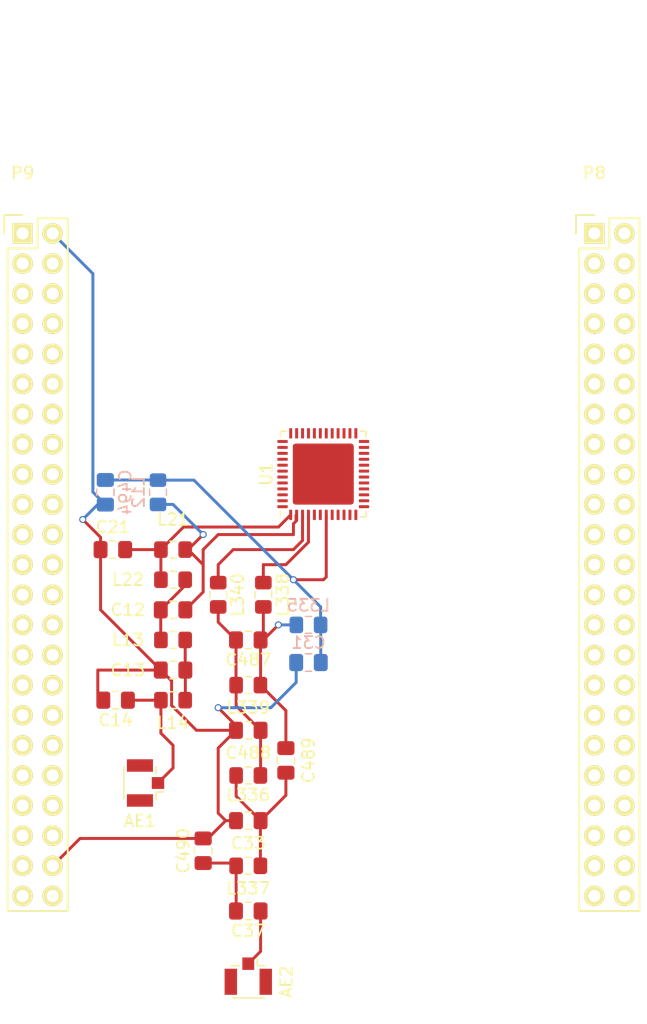
<source format=kicad_pcb>
(kicad_pcb (version 20171130) (host pcbnew "(5.1.9)-1")

  (general
    (thickness 1.6)
    (drawings 11)
    (tracks 128)
    (zones 0)
    (modules 28)
    (nets 18)
  )

  (page A4)
  (layers
    (0 F.Cu signal)
    (31 B.Cu signal)
    (32 B.Adhes user)
    (33 F.Adhes user)
    (34 B.Paste user)
    (35 F.Paste user)
    (36 B.SilkS user)
    (37 F.SilkS user)
    (38 B.Mask user)
    (39 F.Mask user)
    (40 Dwgs.User user)
    (41 Cmts.User user)
    (42 Eco1.User user)
    (43 Eco2.User user)
    (44 Edge.Cuts user)
    (45 Margin user)
    (46 B.CrtYd user)
    (47 F.CrtYd user)
    (48 B.Fab user hide)
    (49 F.Fab user hide)
  )

  (setup
    (last_trace_width 0.25)
    (trace_clearance 0.2)
    (zone_clearance 0.508)
    (zone_45_only no)
    (trace_min 0.2)
    (via_size 0.6)
    (via_drill 0.4)
    (via_min_size 0.4)
    (via_min_drill 0.3)
    (uvia_size 0.3)
    (uvia_drill 0.1)
    (uvias_allowed no)
    (uvia_min_size 0.2)
    (uvia_min_drill 0.1)
    (edge_width 0.00254)
    (segment_width 0.2)
    (pcb_text_width 0.3)
    (pcb_text_size 1.5 1.5)
    (mod_edge_width 0.15)
    (mod_text_size 1 1)
    (mod_text_width 0.15)
    (pad_size 1.7272 1.7272)
    (pad_drill 1.016)
    (pad_to_mask_clearance 0)
    (aux_axis_origin 0 0)
    (grid_origin 116.3701 62.3824)
    (visible_elements 7FFFFFFF)
    (pcbplotparams
      (layerselection 0x01030_80000001)
      (usegerberextensions false)
      (usegerberattributes true)
      (usegerberadvancedattributes true)
      (creategerberjobfile true)
      (excludeedgelayer true)
      (linewidth 0.100000)
      (plotframeref false)
      (viasonmask false)
      (mode 1)
      (useauxorigin false)
      (hpglpennumber 1)
      (hpglpenspeed 20)
      (hpglpendiameter 15.000000)
      (psnegative false)
      (psa4output false)
      (plotreference true)
      (plotvalue true)
      (plotinvisibletext false)
      (padsonsilk false)
      (subtractmaskfromsilk false)
      (outputformat 4)
      (mirror false)
      (drillshape 0)
      (scaleselection 1)
      (outputdirectory ""))
  )

  (net 0 "")
  (net 1 +3V3)
  (net 2 +5V)
  (net 3 SYS_5V)
  (net 4 "Net-(AE1-Pad1)")
  (net 5 "Net-(AE2-Pad1)")
  (net 6 RX_TX)
  (net 7 "Net-(C12-Pad1)")
  (net 8 "Net-(C13-Pad1)")
  (net 9 "Net-(C33-Pad1)")
  (net 10 "Net-(C37-Pad2)")
  (net 11 "Net-(C487-Pad1)")
  (net 12 "Net-(C487-Pad2)")
  (net 13 GND8)
  (net 14 2.4N)
  (net 15 2.4P)
  (net 16 SUB1N)
  (net 17 SUB1P)

  (net_class Default "To jest domyślna klasa połączeń."
    (clearance 0.2)
    (trace_width 0.25)
    (via_dia 0.6)
    (via_drill 0.4)
    (uvia_dia 0.3)
    (uvia_drill 0.1)
    (add_net +3V3)
    (add_net +5V)
    (add_net 2.4N)
    (add_net 2.4P)
    (add_net GND8)
    (add_net "Net-(AE1-Pad1)")
    (add_net "Net-(AE2-Pad1)")
    (add_net "Net-(C12-Pad1)")
    (add_net "Net-(C13-Pad1)")
    (add_net "Net-(C33-Pad1)")
    (add_net "Net-(C37-Pad2)")
    (add_net "Net-(C487-Pad1)")
    (add_net "Net-(C487-Pad2)")
    (add_net RX_TX)
    (add_net SUB1N)
    (add_net SUB1P)
    (add_net SYS_5V)
  )

  (module Connector_Coaxial:U.FL_Hirose_U.FL-R-SMT-1_Vertical (layer F.Cu) (tedit 5A1DBFC3) (tstamp 604C190E)
    (at 135.4201 125.0274 270)
    (descr "Hirose U.FL Coaxial https://www.hirose.com/product/en/products/U.FL/U.FL-R-SMT-1%2810%29/")
    (tags "Hirose U.FL Coaxial")
    (path /60365D6B/60442B72)
    (attr smd)
    (fp_text reference AE2 (at 0.475 -3.2 90) (layer F.SilkS)
      (effects (font (size 1 1) (thickness 0.15)))
    )
    (fp_text value 50Ω (at 0.475 3.2 90) (layer F.Fab)
      (effects (font (size 1 1) (thickness 0.15)))
    )
    (fp_line (start -1.32 -1) (end -2.02 -1) (layer F.CrtYd) (width 0.05))
    (fp_line (start -1.32 1.8) (end -1.32 1) (layer F.CrtYd) (width 0.05))
    (fp_line (start -1.32 -1.8) (end -1.12 -1.8) (layer F.CrtYd) (width 0.05))
    (fp_line (start -1.12 -1.8) (end -1.12 -2.5) (layer F.CrtYd) (width 0.05))
    (fp_line (start 2.08 -2.5) (end -1.12 -2.5) (layer F.CrtYd) (width 0.05))
    (fp_line (start -1.32 -1) (end -1.32 -1.8) (layer F.CrtYd) (width 0.05))
    (fp_line (start 2.08 -1.8) (end 2.08 -2.5) (layer F.CrtYd) (width 0.05))
    (fp_line (start 2.08 -1.8) (end 2.28 -1.8) (layer F.CrtYd) (width 0.05))
    (fp_line (start -0.885 -1.4) (end -0.885 -0.76) (layer F.SilkS) (width 0.12))
    (fp_line (start -0.425 1.5) (end -0.425 1.3) (layer F.Fab) (width 0.1))
    (fp_line (start -0.425 1.3) (end -0.825 1.3) (layer F.Fab) (width 0.1))
    (fp_line (start -0.825 0.3) (end -0.825 1.3) (layer F.Fab) (width 0.1))
    (fp_line (start -1.075 0.3) (end -0.825 0.3) (layer F.Fab) (width 0.1))
    (fp_line (start -1.075 0.3) (end -1.075 -0.15) (layer F.Fab) (width 0.1))
    (fp_line (start -0.925 -0.3) (end -0.825 -0.3) (layer F.Fab) (width 0.1))
    (fp_line (start -0.825 -0.3) (end -0.825 -1.3) (layer F.Fab) (width 0.1))
    (fp_line (start -0.425 -1.5) (end -0.425 -1.3) (layer F.Fab) (width 0.1))
    (fp_line (start -0.425 -1.3) (end -0.825 -1.3) (layer F.Fab) (width 0.1))
    (fp_line (start -0.425 1.5) (end 1.375 1.5) (layer F.Fab) (width 0.1))
    (fp_line (start 1.375 1.5) (end 1.375 1.3) (layer F.Fab) (width 0.1))
    (fp_line (start 1.775 1.3) (end 1.375 1.3) (layer F.Fab) (width 0.1))
    (fp_line (start 1.775 -1.3) (end 1.775 1.3) (layer F.Fab) (width 0.1))
    (fp_line (start -0.425 -1.5) (end 1.375 -1.5) (layer F.Fab) (width 0.1))
    (fp_line (start 1.375 -1.5) (end 1.375 -1.3) (layer F.Fab) (width 0.1))
    (fp_line (start 1.775 -1.3) (end 1.375 -1.3) (layer F.Fab) (width 0.1))
    (fp_line (start -0.925 -0.3) (end -1.075 -0.15) (layer F.Fab) (width 0.1))
    (fp_line (start -0.885 1.4) (end -0.885 0.76) (layer F.SilkS) (width 0.12))
    (fp_line (start -0.885 -0.76) (end -1.515 -0.76) (layer F.SilkS) (width 0.12))
    (fp_line (start 1.835 -1.35) (end 1.835 1.35) (layer F.SilkS) (width 0.12))
    (fp_line (start 2.08 2.5) (end -1.12 2.5) (layer F.CrtYd) (width 0.05))
    (fp_line (start -1.12 2.5) (end -1.12 1.8) (layer F.CrtYd) (width 0.05))
    (fp_line (start -1.32 1.8) (end -1.12 1.8) (layer F.CrtYd) (width 0.05))
    (fp_line (start 2.28 1.8) (end 2.28 -1.8) (layer F.CrtYd) (width 0.05))
    (fp_line (start 2.08 2.5) (end 2.08 1.8) (layer F.CrtYd) (width 0.05))
    (fp_line (start 2.08 1.8) (end 2.28 1.8) (layer F.CrtYd) (width 0.05))
    (fp_line (start -1.32 1) (end -2.02 1) (layer F.CrtYd) (width 0.05))
    (fp_line (start -2.02 1) (end -2.02 -1) (layer F.CrtYd) (width 0.05))
    (fp_text user %R (at 0.475 0) (layer F.Fab)
      (effects (font (size 0.6 0.6) (thickness 0.09)))
    )
    (pad 2 smd rect (at 0.475 -1.475 270) (size 2.2 1.05) (layers F.Cu F.Paste F.Mask))
    (pad 1 smd rect (at -1.05 0 270) (size 1.05 1) (layers F.Cu F.Paste F.Mask)
      (net 5 "Net-(AE2-Pad1)"))
    (pad 2 smd rect (at 0.475 1.475 270) (size 2.2 1.05) (layers F.Cu F.Paste F.Mask))
    (model ${KISYS3DMOD}/Connector_Coaxial.3dshapes/U.FL_Hirose_U.FL-R-SMT-1_Vertical.wrl
      (offset (xyz 0.4749999928262157 0 0))
      (scale (xyz 1 1 1))
      (rotate (xyz 0 0 0))
    )
  )

  (module Connector_Coaxial:U.FL_Hirose_U.FL-R-SMT-1_Vertical (layer F.Cu) (tedit 5A1DBFC3) (tstamp 604C18E1)
    (at 126.7501 108.7374 180)
    (descr "Hirose U.FL Coaxial https://www.hirose.com/product/en/products/U.FL/U.FL-R-SMT-1%2810%29/")
    (tags "Hirose U.FL Coaxial")
    (path /60365D6B/603E2167)
    (attr smd)
    (fp_text reference AE1 (at 0.475 -3.2) (layer F.SilkS)
      (effects (font (size 1 1) (thickness 0.15)))
    )
    (fp_text value 50Ω (at 0.475 3.2) (layer F.Fab)
      (effects (font (size 1 1) (thickness 0.15)))
    )
    (fp_line (start -1.32 -1) (end -2.02 -1) (layer F.CrtYd) (width 0.05))
    (fp_line (start -1.32 1.8) (end -1.32 1) (layer F.CrtYd) (width 0.05))
    (fp_line (start -1.32 -1.8) (end -1.12 -1.8) (layer F.CrtYd) (width 0.05))
    (fp_line (start -1.12 -1.8) (end -1.12 -2.5) (layer F.CrtYd) (width 0.05))
    (fp_line (start 2.08 -2.5) (end -1.12 -2.5) (layer F.CrtYd) (width 0.05))
    (fp_line (start -1.32 -1) (end -1.32 -1.8) (layer F.CrtYd) (width 0.05))
    (fp_line (start 2.08 -1.8) (end 2.08 -2.5) (layer F.CrtYd) (width 0.05))
    (fp_line (start 2.08 -1.8) (end 2.28 -1.8) (layer F.CrtYd) (width 0.05))
    (fp_line (start -0.885 -1.4) (end -0.885 -0.76) (layer F.SilkS) (width 0.12))
    (fp_line (start -0.425 1.5) (end -0.425 1.3) (layer F.Fab) (width 0.1))
    (fp_line (start -0.425 1.3) (end -0.825 1.3) (layer F.Fab) (width 0.1))
    (fp_line (start -0.825 0.3) (end -0.825 1.3) (layer F.Fab) (width 0.1))
    (fp_line (start -1.075 0.3) (end -0.825 0.3) (layer F.Fab) (width 0.1))
    (fp_line (start -1.075 0.3) (end -1.075 -0.15) (layer F.Fab) (width 0.1))
    (fp_line (start -0.925 -0.3) (end -0.825 -0.3) (layer F.Fab) (width 0.1))
    (fp_line (start -0.825 -0.3) (end -0.825 -1.3) (layer F.Fab) (width 0.1))
    (fp_line (start -0.425 -1.5) (end -0.425 -1.3) (layer F.Fab) (width 0.1))
    (fp_line (start -0.425 -1.3) (end -0.825 -1.3) (layer F.Fab) (width 0.1))
    (fp_line (start -0.425 1.5) (end 1.375 1.5) (layer F.Fab) (width 0.1))
    (fp_line (start 1.375 1.5) (end 1.375 1.3) (layer F.Fab) (width 0.1))
    (fp_line (start 1.775 1.3) (end 1.375 1.3) (layer F.Fab) (width 0.1))
    (fp_line (start 1.775 -1.3) (end 1.775 1.3) (layer F.Fab) (width 0.1))
    (fp_line (start -0.425 -1.5) (end 1.375 -1.5) (layer F.Fab) (width 0.1))
    (fp_line (start 1.375 -1.5) (end 1.375 -1.3) (layer F.Fab) (width 0.1))
    (fp_line (start 1.775 -1.3) (end 1.375 -1.3) (layer F.Fab) (width 0.1))
    (fp_line (start -0.925 -0.3) (end -1.075 -0.15) (layer F.Fab) (width 0.1))
    (fp_line (start -0.885 1.4) (end -0.885 0.76) (layer F.SilkS) (width 0.12))
    (fp_line (start -0.885 -0.76) (end -1.515 -0.76) (layer F.SilkS) (width 0.12))
    (fp_line (start 1.835 -1.35) (end 1.835 1.35) (layer F.SilkS) (width 0.12))
    (fp_line (start 2.08 2.5) (end -1.12 2.5) (layer F.CrtYd) (width 0.05))
    (fp_line (start -1.12 2.5) (end -1.12 1.8) (layer F.CrtYd) (width 0.05))
    (fp_line (start -1.32 1.8) (end -1.12 1.8) (layer F.CrtYd) (width 0.05))
    (fp_line (start 2.28 1.8) (end 2.28 -1.8) (layer F.CrtYd) (width 0.05))
    (fp_line (start 2.08 2.5) (end 2.08 1.8) (layer F.CrtYd) (width 0.05))
    (fp_line (start 2.08 1.8) (end 2.28 1.8) (layer F.CrtYd) (width 0.05))
    (fp_line (start -1.32 1) (end -2.02 1) (layer F.CrtYd) (width 0.05))
    (fp_line (start -2.02 1) (end -2.02 -1) (layer F.CrtYd) (width 0.05))
    (fp_text user %R (at 0.475 0 90) (layer F.Fab)
      (effects (font (size 0.6 0.6) (thickness 0.09)))
    )
    (pad 2 smd rect (at 0.475 -1.475 180) (size 2.2 1.05) (layers F.Cu F.Paste F.Mask))
    (pad 1 smd rect (at -1.05 0 180) (size 1.05 1) (layers F.Cu F.Paste F.Mask)
      (net 4 "Net-(AE1-Pad1)"))
    (pad 2 smd rect (at 0.475 1.475 180) (size 2.2 1.05) (layers F.Cu F.Paste F.Mask))
    (model ${KISYS3DMOD}/Connector_Coaxial.3dshapes/U.FL_Hirose_U.FL-R-SMT-1_Vertical.wrl
      (offset (xyz 0.4749999928262157 0 0))
      (scale (xyz 1 1 1))
      (rotate (xyz 0 0 0))
    )
  )

  (module Package_DFN_QFN:VQFN-48-1EP_7x7mm_P0.5mm_EP5.15x5.15mm (layer F.Cu) (tedit 5DADBB97) (tstamp 604C1BE4)
    (at 141.7501 82.6824 90)
    (descr "VQFN, 48 Pin (http://www.ti.com/lit/ds/symlink/cc1312r.pdf#page=48), generated with kicad-footprint-generator ipc_noLead_generator.py")
    (tags "VQFN NoLead")
    (path /60365D6B/603F4DE1)
    (attr smd)
    (fp_text reference U1 (at 0 -4.82 90) (layer F.SilkS)
      (effects (font (size 1 1) (thickness 0.15)))
    )
    (fp_text value cc1352p (at 0 4.82 90) (layer F.Fab)
      (effects (font (size 1 1) (thickness 0.15)))
    )
    (fp_line (start 4.12 -4.12) (end -4.12 -4.12) (layer F.CrtYd) (width 0.05))
    (fp_line (start 4.12 4.12) (end 4.12 -4.12) (layer F.CrtYd) (width 0.05))
    (fp_line (start -4.12 4.12) (end 4.12 4.12) (layer F.CrtYd) (width 0.05))
    (fp_line (start -4.12 -4.12) (end -4.12 4.12) (layer F.CrtYd) (width 0.05))
    (fp_line (start -3.5 -2.5) (end -2.5 -3.5) (layer F.Fab) (width 0.1))
    (fp_line (start -3.5 3.5) (end -3.5 -2.5) (layer F.Fab) (width 0.1))
    (fp_line (start 3.5 3.5) (end -3.5 3.5) (layer F.Fab) (width 0.1))
    (fp_line (start 3.5 -3.5) (end 3.5 3.5) (layer F.Fab) (width 0.1))
    (fp_line (start -2.5 -3.5) (end 3.5 -3.5) (layer F.Fab) (width 0.1))
    (fp_line (start -3.135 -3.61) (end -3.61 -3.61) (layer F.SilkS) (width 0.12))
    (fp_line (start 3.61 3.61) (end 3.61 3.135) (layer F.SilkS) (width 0.12))
    (fp_line (start 3.135 3.61) (end 3.61 3.61) (layer F.SilkS) (width 0.12))
    (fp_line (start -3.61 3.61) (end -3.61 3.135) (layer F.SilkS) (width 0.12))
    (fp_line (start -3.135 3.61) (end -3.61 3.61) (layer F.SilkS) (width 0.12))
    (fp_line (start 3.61 -3.61) (end 3.61 -3.135) (layer F.SilkS) (width 0.12))
    (fp_line (start 3.135 -3.61) (end 3.61 -3.61) (layer F.SilkS) (width 0.12))
    (fp_text user %R (at 0 0 90) (layer F.Fab)
      (effects (font (size 1 1) (thickness 0.15)))
    )
    (pad 48 smd roundrect (at -2.75 -3.4375 90) (size 0.25 0.875) (layers F.Cu F.Paste F.Mask) (roundrect_rratio 0.25))
    (pad 47 smd roundrect (at -2.25 -3.4375 90) (size 0.25 0.875) (layers F.Cu F.Paste F.Mask) (roundrect_rratio 0.25))
    (pad 46 smd roundrect (at -1.75 -3.4375 90) (size 0.25 0.875) (layers F.Cu F.Paste F.Mask) (roundrect_rratio 0.25))
    (pad 45 smd roundrect (at -1.25 -3.4375 90) (size 0.25 0.875) (layers F.Cu F.Paste F.Mask) (roundrect_rratio 0.25))
    (pad 44 smd roundrect (at -0.75 -3.4375 90) (size 0.25 0.875) (layers F.Cu F.Paste F.Mask) (roundrect_rratio 0.25))
    (pad 43 smd roundrect (at -0.25 -3.4375 90) (size 0.25 0.875) (layers F.Cu F.Paste F.Mask) (roundrect_rratio 0.25))
    (pad 42 smd roundrect (at 0.25 -3.4375 90) (size 0.25 0.875) (layers F.Cu F.Paste F.Mask) (roundrect_rratio 0.25))
    (pad 41 smd roundrect (at 0.75 -3.4375 90) (size 0.25 0.875) (layers F.Cu F.Paste F.Mask) (roundrect_rratio 0.25))
    (pad 40 smd roundrect (at 1.25 -3.4375 90) (size 0.25 0.875) (layers F.Cu F.Paste F.Mask) (roundrect_rratio 0.25))
    (pad 39 smd roundrect (at 1.75 -3.4375 90) (size 0.25 0.875) (layers F.Cu F.Paste F.Mask) (roundrect_rratio 0.25))
    (pad 38 smd roundrect (at 2.25 -3.4375 90) (size 0.25 0.875) (layers F.Cu F.Paste F.Mask) (roundrect_rratio 0.25))
    (pad 37 smd roundrect (at 2.75 -3.4375 90) (size 0.25 0.875) (layers F.Cu F.Paste F.Mask) (roundrect_rratio 0.25))
    (pad 36 smd roundrect (at 3.4375 -2.75 90) (size 0.875 0.25) (layers F.Cu F.Paste F.Mask) (roundrect_rratio 0.25))
    (pad 35 smd roundrect (at 3.4375 -2.25 90) (size 0.875 0.25) (layers F.Cu F.Paste F.Mask) (roundrect_rratio 0.25))
    (pad 34 smd roundrect (at 3.4375 -1.75 90) (size 0.875 0.25) (layers F.Cu F.Paste F.Mask) (roundrect_rratio 0.25))
    (pad 33 smd roundrect (at 3.4375 -1.25 90) (size 0.875 0.25) (layers F.Cu F.Paste F.Mask) (roundrect_rratio 0.25))
    (pad 32 smd roundrect (at 3.4375 -0.75 90) (size 0.875 0.25) (layers F.Cu F.Paste F.Mask) (roundrect_rratio 0.25))
    (pad 31 smd roundrect (at 3.4375 -0.25 90) (size 0.875 0.25) (layers F.Cu F.Paste F.Mask) (roundrect_rratio 0.25))
    (pad 30 smd roundrect (at 3.4375 0.25 90) (size 0.875 0.25) (layers F.Cu F.Paste F.Mask) (roundrect_rratio 0.25))
    (pad 29 smd roundrect (at 3.4375 0.75 90) (size 0.875 0.25) (layers F.Cu F.Paste F.Mask) (roundrect_rratio 0.25))
    (pad 28 smd roundrect (at 3.4375 1.25 90) (size 0.875 0.25) (layers F.Cu F.Paste F.Mask) (roundrect_rratio 0.25))
    (pad 27 smd roundrect (at 3.4375 1.75 90) (size 0.875 0.25) (layers F.Cu F.Paste F.Mask) (roundrect_rratio 0.25))
    (pad 26 smd roundrect (at 3.4375 2.25 90) (size 0.875 0.25) (layers F.Cu F.Paste F.Mask) (roundrect_rratio 0.25))
    (pad 25 smd roundrect (at 3.4375 2.75 90) (size 0.875 0.25) (layers F.Cu F.Paste F.Mask) (roundrect_rratio 0.25))
    (pad 24 smd roundrect (at 2.75 3.4375 90) (size 0.25 0.875) (layers F.Cu F.Paste F.Mask) (roundrect_rratio 0.25))
    (pad 23 smd roundrect (at 2.25 3.4375 90) (size 0.25 0.875) (layers F.Cu F.Paste F.Mask) (roundrect_rratio 0.25))
    (pad 22 smd roundrect (at 1.75 3.4375 90) (size 0.25 0.875) (layers F.Cu F.Paste F.Mask) (roundrect_rratio 0.25))
    (pad 21 smd roundrect (at 1.25 3.4375 90) (size 0.25 0.875) (layers F.Cu F.Paste F.Mask) (roundrect_rratio 0.25))
    (pad 20 smd roundrect (at 0.75 3.4375 90) (size 0.25 0.875) (layers F.Cu F.Paste F.Mask) (roundrect_rratio 0.25))
    (pad 19 smd roundrect (at 0.25 3.4375 90) (size 0.25 0.875) (layers F.Cu F.Paste F.Mask) (roundrect_rratio 0.25))
    (pad 18 smd roundrect (at -0.25 3.4375 90) (size 0.25 0.875) (layers F.Cu F.Paste F.Mask) (roundrect_rratio 0.25))
    (pad 17 smd roundrect (at -0.75 3.4375 90) (size 0.25 0.875) (layers F.Cu F.Paste F.Mask) (roundrect_rratio 0.25))
    (pad 16 smd roundrect (at -1.25 3.4375 90) (size 0.25 0.875) (layers F.Cu F.Paste F.Mask) (roundrect_rratio 0.25))
    (pad 15 smd roundrect (at -1.75 3.4375 90) (size 0.25 0.875) (layers F.Cu F.Paste F.Mask) (roundrect_rratio 0.25))
    (pad 14 smd roundrect (at -2.25 3.4375 90) (size 0.25 0.875) (layers F.Cu F.Paste F.Mask) (roundrect_rratio 0.25))
    (pad 13 smd roundrect (at -2.75 3.4375 90) (size 0.25 0.875) (layers F.Cu F.Paste F.Mask) (roundrect_rratio 0.25))
    (pad 12 smd roundrect (at -3.4375 2.75 90) (size 0.875 0.25) (layers F.Cu F.Paste F.Mask) (roundrect_rratio 0.25))
    (pad 11 smd roundrect (at -3.4375 2.25 90) (size 0.875 0.25) (layers F.Cu F.Paste F.Mask) (roundrect_rratio 0.25))
    (pad 10 smd roundrect (at -3.4375 1.75 90) (size 0.875 0.25) (layers F.Cu F.Paste F.Mask) (roundrect_rratio 0.25))
    (pad 9 smd roundrect (at -3.4375 1.25 90) (size 0.875 0.25) (layers F.Cu F.Paste F.Mask) (roundrect_rratio 0.25))
    (pad 8 smd roundrect (at -3.4375 0.75 90) (size 0.875 0.25) (layers F.Cu F.Paste F.Mask) (roundrect_rratio 0.25))
    (pad 7 smd roundrect (at -3.4375 0.25 90) (size 0.875 0.25) (layers F.Cu F.Paste F.Mask) (roundrect_rratio 0.25)
      (net 6 RX_TX))
    (pad 6 smd roundrect (at -3.4375 -0.25 90) (size 0.875 0.25) (layers F.Cu F.Paste F.Mask) (roundrect_rratio 0.25))
    (pad 5 smd roundrect (at -3.4375 -0.75 90) (size 0.875 0.25) (layers F.Cu F.Paste F.Mask) (roundrect_rratio 0.25))
    (pad 4 smd roundrect (at -3.4375 -1.25 90) (size 0.875 0.25) (layers F.Cu F.Paste F.Mask) (roundrect_rratio 0.25)
      (net 16 SUB1N))
    (pad 3 smd roundrect (at -3.4375 -1.75 90) (size 0.875 0.25) (layers F.Cu F.Paste F.Mask) (roundrect_rratio 0.25)
      (net 17 SUB1P))
    (pad 2 smd roundrect (at -3.4375 -2.25 90) (size 0.875 0.25) (layers F.Cu F.Paste F.Mask) (roundrect_rratio 0.25)
      (net 14 2.4N))
    (pad 1 smd roundrect (at -3.4375 -2.75 90) (size 0.875 0.25) (layers F.Cu F.Paste F.Mask) (roundrect_rratio 0.25)
      (net 15 2.4P))
    (pad "" smd roundrect (at 1.29 1.29 90) (size 2.08 2.08) (layers F.Paste) (roundrect_rratio 0.120192))
    (pad "" smd roundrect (at 1.29 -1.29 90) (size 2.08 2.08) (layers F.Paste) (roundrect_rratio 0.120192))
    (pad "" smd roundrect (at -1.29 1.29 90) (size 2.08 2.08) (layers F.Paste) (roundrect_rratio 0.120192))
    (pad "" smd roundrect (at -1.29 -1.29 90) (size 2.08 2.08) (layers F.Paste) (roundrect_rratio 0.120192))
    (pad 49 smd roundrect (at 0 0 90) (size 5.15 5.15) (layers F.Cu F.Mask) (roundrect_rratio 0.048544))
    (model ${KISYS3DMOD}/Package_DFN_QFN.3dshapes/VQFN-48-1EP_7x7mm_P0.5mm_EP5.15x5.15mm.wrl
      (at (xyz 0 0 0))
      (scale (xyz 1 1 1))
      (rotate (xyz 0 0 0))
    )
  )

  (module Inductor_SMD:L_0805_2012Metric_Pad1.15x1.40mm_HandSolder (layer F.Cu) (tedit 5F68FEF0) (tstamp 604C1AA6)
    (at 132.8801 92.8624 270)
    (descr "Inductor SMD 0805 (2012 Metric), square (rectangular) end terminal, IPC_7351 nominal with elongated pad for handsoldering. (Body size source: https://docs.google.com/spreadsheets/d/1BsfQQcO9C6DZCsRaXUlFlo91Tg2WpOkGARC1WS5S8t0/edit?usp=sharing), generated with kicad-footprint-generator")
    (tags "inductor handsolder")
    (path /60365D6B/603FD936)
    (attr smd)
    (fp_text reference L340 (at 0 -1.65 90) (layer F.SilkS)
      (effects (font (size 1 1) (thickness 0.15)))
    )
    (fp_text value 3.9nH (at 0 1.65 90) (layer F.Fab)
      (effects (font (size 1 1) (thickness 0.15)))
    )
    (fp_line (start 1.85 0.95) (end -1.85 0.95) (layer F.CrtYd) (width 0.05))
    (fp_line (start 1.85 -0.95) (end 1.85 0.95) (layer F.CrtYd) (width 0.05))
    (fp_line (start -1.85 -0.95) (end 1.85 -0.95) (layer F.CrtYd) (width 0.05))
    (fp_line (start -1.85 0.95) (end -1.85 -0.95) (layer F.CrtYd) (width 0.05))
    (fp_line (start -0.261252 0.71) (end 0.261252 0.71) (layer F.SilkS) (width 0.12))
    (fp_line (start -0.261252 -0.71) (end 0.261252 -0.71) (layer F.SilkS) (width 0.12))
    (fp_line (start 1 0.6) (end -1 0.6) (layer F.Fab) (width 0.1))
    (fp_line (start 1 -0.6) (end 1 0.6) (layer F.Fab) (width 0.1))
    (fp_line (start -1 -0.6) (end 1 -0.6) (layer F.Fab) (width 0.1))
    (fp_line (start -1 0.6) (end -1 -0.6) (layer F.Fab) (width 0.1))
    (fp_text user %R (at 0 0 90) (layer F.Fab)
      (effects (font (size 0.5 0.5) (thickness 0.08)))
    )
    (pad 2 smd roundrect (at 1.025 0 270) (size 1.15 1.4) (layers F.Cu F.Paste F.Mask) (roundrect_rratio 0.217391)
      (net 12 "Net-(C487-Pad2)"))
    (pad 1 smd roundrect (at -1.025 0 270) (size 1.15 1.4) (layers F.Cu F.Paste F.Mask) (roundrect_rratio 0.217391)
      (net 17 SUB1P))
    (model ${KISYS3DMOD}/Inductor_SMD.3dshapes/L_0805_2012Metric.wrl
      (at (xyz 0 0 0))
      (scale (xyz 1 1 1))
      (rotate (xyz 0 0 0))
    )
  )

  (module Inductor_SMD:L_0805_2012Metric_Pad1.15x1.40mm_HandSolder (layer F.Cu) (tedit 5F68FEF0) (tstamp 604C1A95)
    (at 135.4201 100.4824 180)
    (descr "Inductor SMD 0805 (2012 Metric), square (rectangular) end terminal, IPC_7351 nominal with elongated pad for handsoldering. (Body size source: https://docs.google.com/spreadsheets/d/1BsfQQcO9C6DZCsRaXUlFlo91Tg2WpOkGARC1WS5S8t0/edit?usp=sharing), generated with kicad-footprint-generator")
    (tags "inductor handsolder")
    (path /60365D6B/603F44B7)
    (attr smd)
    (fp_text reference L339 (at 0 -1.905) (layer F.SilkS)
      (effects (font (size 1 1) (thickness 0.15)))
    )
    (fp_text value 22nH (at 0 1.65) (layer F.Fab)
      (effects (font (size 1 1) (thickness 0.15)))
    )
    (fp_line (start 1.85 0.95) (end -1.85 0.95) (layer F.CrtYd) (width 0.05))
    (fp_line (start 1.85 -0.95) (end 1.85 0.95) (layer F.CrtYd) (width 0.05))
    (fp_line (start -1.85 -0.95) (end 1.85 -0.95) (layer F.CrtYd) (width 0.05))
    (fp_line (start -1.85 0.95) (end -1.85 -0.95) (layer F.CrtYd) (width 0.05))
    (fp_line (start -0.261252 0.71) (end 0.261252 0.71) (layer F.SilkS) (width 0.12))
    (fp_line (start -0.261252 -0.71) (end 0.261252 -0.71) (layer F.SilkS) (width 0.12))
    (fp_line (start 1 0.6) (end -1 0.6) (layer F.Fab) (width 0.1))
    (fp_line (start 1 -0.6) (end 1 0.6) (layer F.Fab) (width 0.1))
    (fp_line (start -1 -0.6) (end 1 -0.6) (layer F.Fab) (width 0.1))
    (fp_line (start -1 0.6) (end -1 -0.6) (layer F.Fab) (width 0.1))
    (fp_text user %R (at 0 0) (layer F.Fab)
      (effects (font (size 0.5 0.5) (thickness 0.08)))
    )
    (pad 2 smd roundrect (at 1.025 0 180) (size 1.15 1.4) (layers F.Cu F.Paste F.Mask) (roundrect_rratio 0.217391)
      (net 12 "Net-(C487-Pad2)"))
    (pad 1 smd roundrect (at -1.025 0 180) (size 1.15 1.4) (layers F.Cu F.Paste F.Mask) (roundrect_rratio 0.217391)
      (net 11 "Net-(C487-Pad1)"))
    (model ${KISYS3DMOD}/Inductor_SMD.3dshapes/L_0805_2012Metric.wrl
      (at (xyz 0 0 0))
      (scale (xyz 1 1 1))
      (rotate (xyz 0 0 0))
    )
  )

  (module Inductor_SMD:L_0805_2012Metric_Pad1.15x1.40mm_HandSolder (layer F.Cu) (tedit 5F68FEF0) (tstamp 604C1A84)
    (at 136.6901 92.8624 270)
    (descr "Inductor SMD 0805 (2012 Metric), square (rectangular) end terminal, IPC_7351 nominal with elongated pad for handsoldering. (Body size source: https://docs.google.com/spreadsheets/d/1BsfQQcO9C6DZCsRaXUlFlo91Tg2WpOkGARC1WS5S8t0/edit?usp=sharing), generated with kicad-footprint-generator")
    (tags "inductor handsolder")
    (path /60365D6B/603F32AE)
    (attr smd)
    (fp_text reference L338 (at 0 -1.65 90) (layer F.SilkS)
      (effects (font (size 1 1) (thickness 0.15)))
    )
    (fp_text value 3.9nH (at 0 1.65 90) (layer F.Fab)
      (effects (font (size 1 1) (thickness 0.15)))
    )
    (fp_line (start 1.85 0.95) (end -1.85 0.95) (layer F.CrtYd) (width 0.05))
    (fp_line (start 1.85 -0.95) (end 1.85 0.95) (layer F.CrtYd) (width 0.05))
    (fp_line (start -1.85 -0.95) (end 1.85 -0.95) (layer F.CrtYd) (width 0.05))
    (fp_line (start -1.85 0.95) (end -1.85 -0.95) (layer F.CrtYd) (width 0.05))
    (fp_line (start -0.261252 0.71) (end 0.261252 0.71) (layer F.SilkS) (width 0.12))
    (fp_line (start -0.261252 -0.71) (end 0.261252 -0.71) (layer F.SilkS) (width 0.12))
    (fp_line (start 1 0.6) (end -1 0.6) (layer F.Fab) (width 0.1))
    (fp_line (start 1 -0.6) (end 1 0.6) (layer F.Fab) (width 0.1))
    (fp_line (start -1 -0.6) (end 1 -0.6) (layer F.Fab) (width 0.1))
    (fp_line (start -1 0.6) (end -1 -0.6) (layer F.Fab) (width 0.1))
    (fp_text user %R (at 0 0 90) (layer F.Fab)
      (effects (font (size 0.5 0.5) (thickness 0.08)))
    )
    (pad 2 smd roundrect (at 1.025 0 270) (size 1.15 1.4) (layers F.Cu F.Paste F.Mask) (roundrect_rratio 0.217391)
      (net 11 "Net-(C487-Pad1)"))
    (pad 1 smd roundrect (at -1.025 0 270) (size 1.15 1.4) (layers F.Cu F.Paste F.Mask) (roundrect_rratio 0.217391)
      (net 16 SUB1N))
    (model ${KISYS3DMOD}/Inductor_SMD.3dshapes/L_0805_2012Metric.wrl
      (at (xyz 0 0 0))
      (scale (xyz 1 1 1))
      (rotate (xyz 0 0 0))
    )
  )

  (module Inductor_SMD:L_0805_2012Metric_Pad1.15x1.40mm_HandSolder (layer F.Cu) (tedit 5F68FEF0) (tstamp 604C1A73)
    (at 135.4201 115.7224 180)
    (descr "Inductor SMD 0805 (2012 Metric), square (rectangular) end terminal, IPC_7351 nominal with elongated pad for handsoldering. (Body size source: https://docs.google.com/spreadsheets/d/1BsfQQcO9C6DZCsRaXUlFlo91Tg2WpOkGARC1WS5S8t0/edit?usp=sharing), generated with kicad-footprint-generator")
    (tags "inductor handsolder")
    (path /60365D6B/60435A6E)
    (attr smd)
    (fp_text reference L337 (at 0 -1.905) (layer F.SilkS)
      (effects (font (size 1 1) (thickness 0.15)))
    )
    (fp_text value 7.5nH (at 0 1.65) (layer F.Fab)
      (effects (font (size 1 1) (thickness 0.15)))
    )
    (fp_line (start 1.85 0.95) (end -1.85 0.95) (layer F.CrtYd) (width 0.05))
    (fp_line (start 1.85 -0.95) (end 1.85 0.95) (layer F.CrtYd) (width 0.05))
    (fp_line (start -1.85 -0.95) (end 1.85 -0.95) (layer F.CrtYd) (width 0.05))
    (fp_line (start -1.85 0.95) (end -1.85 -0.95) (layer F.CrtYd) (width 0.05))
    (fp_line (start -0.261252 0.71) (end 0.261252 0.71) (layer F.SilkS) (width 0.12))
    (fp_line (start -0.261252 -0.71) (end 0.261252 -0.71) (layer F.SilkS) (width 0.12))
    (fp_line (start 1 0.6) (end -1 0.6) (layer F.Fab) (width 0.1))
    (fp_line (start 1 -0.6) (end 1 0.6) (layer F.Fab) (width 0.1))
    (fp_line (start -1 -0.6) (end 1 -0.6) (layer F.Fab) (width 0.1))
    (fp_line (start -1 0.6) (end -1 -0.6) (layer F.Fab) (width 0.1))
    (fp_text user %R (at 0 0) (layer F.Fab)
      (effects (font (size 0.5 0.5) (thickness 0.08)))
    )
    (pad 2 smd roundrect (at 1.025 0 180) (size 1.15 1.4) (layers F.Cu F.Paste F.Mask) (roundrect_rratio 0.217391)
      (net 10 "Net-(C37-Pad2)"))
    (pad 1 smd roundrect (at -1.025 0 180) (size 1.15 1.4) (layers F.Cu F.Paste F.Mask) (roundrect_rratio 0.217391)
      (net 9 "Net-(C33-Pad1)"))
    (model ${KISYS3DMOD}/Inductor_SMD.3dshapes/L_0805_2012Metric.wrl
      (at (xyz 0 0 0))
      (scale (xyz 1 1 1))
      (rotate (xyz 0 0 0))
    )
  )

  (module Inductor_SMD:L_0805_2012Metric_Pad1.15x1.40mm_HandSolder (layer F.Cu) (tedit 5F68FEF0) (tstamp 604C1A62)
    (at 135.4201 108.1024 180)
    (descr "Inductor SMD 0805 (2012 Metric), square (rectangular) end terminal, IPC_7351 nominal with elongated pad for handsoldering. (Body size source: https://docs.google.com/spreadsheets/d/1BsfQQcO9C6DZCsRaXUlFlo91Tg2WpOkGARC1WS5S8t0/edit?usp=sharing), generated with kicad-footprint-generator")
    (tags "inductor handsolder")
    (path /60365D6B/603F61A0)
    (attr smd)
    (fp_text reference L336 (at 0 -1.65) (layer F.SilkS)
      (effects (font (size 1 1) (thickness 0.15)))
    )
    (fp_text value 10nH (at 0 1.65) (layer F.Fab)
      (effects (font (size 1 1) (thickness 0.15)))
    )
    (fp_line (start 1.85 0.95) (end -1.85 0.95) (layer F.CrtYd) (width 0.05))
    (fp_line (start 1.85 -0.95) (end 1.85 0.95) (layer F.CrtYd) (width 0.05))
    (fp_line (start -1.85 -0.95) (end 1.85 -0.95) (layer F.CrtYd) (width 0.05))
    (fp_line (start -1.85 0.95) (end -1.85 -0.95) (layer F.CrtYd) (width 0.05))
    (fp_line (start -0.261252 0.71) (end 0.261252 0.71) (layer F.SilkS) (width 0.12))
    (fp_line (start -0.261252 -0.71) (end 0.261252 -0.71) (layer F.SilkS) (width 0.12))
    (fp_line (start 1 0.6) (end -1 0.6) (layer F.Fab) (width 0.1))
    (fp_line (start 1 -0.6) (end 1 0.6) (layer F.Fab) (width 0.1))
    (fp_line (start -1 -0.6) (end 1 -0.6) (layer F.Fab) (width 0.1))
    (fp_line (start -1 0.6) (end -1 -0.6) (layer F.Fab) (width 0.1))
    (fp_text user %R (at 0 0) (layer F.Fab)
      (effects (font (size 0.5 0.5) (thickness 0.08)))
    )
    (pad 2 smd roundrect (at 1.025 0 180) (size 1.15 1.4) (layers F.Cu F.Paste F.Mask) (roundrect_rratio 0.217391)
      (net 9 "Net-(C33-Pad1)"))
    (pad 1 smd roundrect (at -1.025 0 180) (size 1.15 1.4) (layers F.Cu F.Paste F.Mask) (roundrect_rratio 0.217391)
      (net 12 "Net-(C487-Pad2)"))
    (model ${KISYS3DMOD}/Inductor_SMD.3dshapes/L_0805_2012Metric.wrl
      (at (xyz 0 0 0))
      (scale (xyz 1 1 1))
      (rotate (xyz 0 0 0))
    )
  )

  (module Inductor_SMD:L_0805_2012Metric_Pad1.15x1.40mm_HandSolder (layer B.Cu) (tedit 5F68FEF0) (tstamp 604C1A51)
    (at 140.5001 95.4024 180)
    (descr "Inductor SMD 0805 (2012 Metric), square (rectangular) end terminal, IPC_7351 nominal with elongated pad for handsoldering. (Body size source: https://docs.google.com/spreadsheets/d/1BsfQQcO9C6DZCsRaXUlFlo91Tg2WpOkGARC1WS5S8t0/edit?usp=sharing), generated with kicad-footprint-generator")
    (tags "inductor handsolder")
    (path /60365D6B/603F7059)
    (attr smd)
    (fp_text reference L335 (at 0 1.65) (layer B.SilkS)
      (effects (font (size 1 1) (thickness 0.15)) (justify mirror))
    )
    (fp_text value 10nH (at 0 -1.65) (layer B.Fab)
      (effects (font (size 1 1) (thickness 0.15)) (justify mirror))
    )
    (fp_line (start 1.85 -0.95) (end -1.85 -0.95) (layer B.CrtYd) (width 0.05))
    (fp_line (start 1.85 0.95) (end 1.85 -0.95) (layer B.CrtYd) (width 0.05))
    (fp_line (start -1.85 0.95) (end 1.85 0.95) (layer B.CrtYd) (width 0.05))
    (fp_line (start -1.85 -0.95) (end -1.85 0.95) (layer B.CrtYd) (width 0.05))
    (fp_line (start -0.261252 -0.71) (end 0.261252 -0.71) (layer B.SilkS) (width 0.12))
    (fp_line (start -0.261252 0.71) (end 0.261252 0.71) (layer B.SilkS) (width 0.12))
    (fp_line (start 1 -0.6) (end -1 -0.6) (layer B.Fab) (width 0.1))
    (fp_line (start 1 0.6) (end 1 -0.6) (layer B.Fab) (width 0.1))
    (fp_line (start -1 0.6) (end 1 0.6) (layer B.Fab) (width 0.1))
    (fp_line (start -1 -0.6) (end -1 0.6) (layer B.Fab) (width 0.1))
    (fp_text user %R (at 0 0) (layer B.Fab)
      (effects (font (size 0.5 0.5) (thickness 0.08)) (justify mirror))
    )
    (pad 2 smd roundrect (at 1.025 0 180) (size 1.15 1.4) (layers B.Cu B.Paste B.Mask) (roundrect_rratio 0.217391)
      (net 11 "Net-(C487-Pad1)"))
    (pad 1 smd roundrect (at -1.025 0 180) (size 1.15 1.4) (layers B.Cu B.Paste B.Mask) (roundrect_rratio 0.217391)
      (net 6 RX_TX))
    (model ${KISYS3DMOD}/Inductor_SMD.3dshapes/L_0805_2012Metric.wrl
      (at (xyz 0 0 0))
      (scale (xyz 1 1 1))
      (rotate (xyz 0 0 0))
    )
  )

  (module Inductor_SMD:L_0805_2012Metric_Pad1.15x1.40mm_HandSolder (layer F.Cu) (tedit 5F68FEF0) (tstamp 604C1A40)
    (at 129.0701 91.5924)
    (descr "Inductor SMD 0805 (2012 Metric), square (rectangular) end terminal, IPC_7351 nominal with elongated pad for handsoldering. (Body size source: https://docs.google.com/spreadsheets/d/1BsfQQcO9C6DZCsRaXUlFlo91Tg2WpOkGARC1WS5S8t0/edit?usp=sharing), generated with kicad-footprint-generator")
    (tags "inductor handsolder")
    (path /60365D6B/6039B183)
    (attr smd)
    (fp_text reference L22 (at -3.81 0) (layer F.SilkS)
      (effects (font (size 1 1) (thickness 0.15)))
    )
    (fp_text value 2.4nH (at 0 1.65) (layer F.Fab)
      (effects (font (size 1 1) (thickness 0.15)))
    )
    (fp_line (start 1.85 0.95) (end -1.85 0.95) (layer F.CrtYd) (width 0.05))
    (fp_line (start 1.85 -0.95) (end 1.85 0.95) (layer F.CrtYd) (width 0.05))
    (fp_line (start -1.85 -0.95) (end 1.85 -0.95) (layer F.CrtYd) (width 0.05))
    (fp_line (start -1.85 0.95) (end -1.85 -0.95) (layer F.CrtYd) (width 0.05))
    (fp_line (start -0.261252 0.71) (end 0.261252 0.71) (layer F.SilkS) (width 0.12))
    (fp_line (start -0.261252 -0.71) (end 0.261252 -0.71) (layer F.SilkS) (width 0.12))
    (fp_line (start 1 0.6) (end -1 0.6) (layer F.Fab) (width 0.1))
    (fp_line (start 1 -0.6) (end 1 0.6) (layer F.Fab) (width 0.1))
    (fp_line (start -1 -0.6) (end 1 -0.6) (layer F.Fab) (width 0.1))
    (fp_line (start -1 0.6) (end -1 -0.6) (layer F.Fab) (width 0.1))
    (fp_text user %R (at 0 0) (layer F.Fab)
      (effects (font (size 0.5 0.5) (thickness 0.08)))
    )
    (pad 2 smd roundrect (at 1.025 0) (size 1.15 1.4) (layers F.Cu F.Paste F.Mask) (roundrect_rratio 0.217391)
      (net 7 "Net-(C12-Pad1)"))
    (pad 1 smd roundrect (at -1.025 0) (size 1.15 1.4) (layers F.Cu F.Paste F.Mask) (roundrect_rratio 0.217391)
      (net 15 2.4P))
    (model ${KISYS3DMOD}/Inductor_SMD.3dshapes/L_0805_2012Metric.wrl
      (at (xyz 0 0 0))
      (scale (xyz 1 1 1))
      (rotate (xyz 0 0 0))
    )
  )

  (module Inductor_SMD:L_0805_2012Metric_Pad1.15x1.40mm_HandSolder (layer F.Cu) (tedit 5F68FEF0) (tstamp 604C1A2F)
    (at 129.0701 89.0524 180)
    (descr "Inductor SMD 0805 (2012 Metric), square (rectangular) end terminal, IPC_7351 nominal with elongated pad for handsoldering. (Body size source: https://docs.google.com/spreadsheets/d/1BsfQQcO9C6DZCsRaXUlFlo91Tg2WpOkGARC1WS5S8t0/edit?usp=sharing), generated with kicad-footprint-generator")
    (tags "inductor handsolder")
    (path /60365D6B/6039B788)
    (attr smd)
    (fp_text reference L21 (at 0 2.54) (layer F.SilkS)
      (effects (font (size 1 1) (thickness 0.15)))
    )
    (fp_text value 15nH (at 0 1.65) (layer F.Fab)
      (effects (font (size 1 1) (thickness 0.15)))
    )
    (fp_line (start 1.85 0.95) (end -1.85 0.95) (layer F.CrtYd) (width 0.05))
    (fp_line (start 1.85 -0.95) (end 1.85 0.95) (layer F.CrtYd) (width 0.05))
    (fp_line (start -1.85 -0.95) (end 1.85 -0.95) (layer F.CrtYd) (width 0.05))
    (fp_line (start -1.85 0.95) (end -1.85 -0.95) (layer F.CrtYd) (width 0.05))
    (fp_line (start -0.261252 0.71) (end 0.261252 0.71) (layer F.SilkS) (width 0.12))
    (fp_line (start -0.261252 -0.71) (end 0.261252 -0.71) (layer F.SilkS) (width 0.12))
    (fp_line (start 1 0.6) (end -1 0.6) (layer F.Fab) (width 0.1))
    (fp_line (start 1 -0.6) (end 1 0.6) (layer F.Fab) (width 0.1))
    (fp_line (start -1 -0.6) (end 1 -0.6) (layer F.Fab) (width 0.1))
    (fp_line (start -1 0.6) (end -1 -0.6) (layer F.Fab) (width 0.1))
    (fp_text user %R (at 0 0) (layer F.Fab)
      (effects (font (size 0.5 0.5) (thickness 0.08)))
    )
    (pad 2 smd roundrect (at 1.025 0 180) (size 1.15 1.4) (layers F.Cu F.Paste F.Mask) (roundrect_rratio 0.217391)
      (net 15 2.4P))
    (pad 1 smd roundrect (at -1.025 0 180) (size 1.15 1.4) (layers F.Cu F.Paste F.Mask) (roundrect_rratio 0.217391)
      (net 14 2.4N))
    (model ${KISYS3DMOD}/Inductor_SMD.3dshapes/L_0805_2012Metric.wrl
      (at (xyz 0 0 0))
      (scale (xyz 1 1 1))
      (rotate (xyz 0 0 0))
    )
  )

  (module Inductor_SMD:L_0805_2012Metric_Pad1.15x1.40mm_HandSolder (layer F.Cu) (tedit 5F68FEF0) (tstamp 604C1A1E)
    (at 129.0701 101.7524 180)
    (descr "Inductor SMD 0805 (2012 Metric), square (rectangular) end terminal, IPC_7351 nominal with elongated pad for handsoldering. (Body size source: https://docs.google.com/spreadsheets/d/1BsfQQcO9C6DZCsRaXUlFlo91Tg2WpOkGARC1WS5S8t0/edit?usp=sharing), generated with kicad-footprint-generator")
    (tags "inductor handsolder")
    (path /60365D6B/603D983C)
    (attr smd)
    (fp_text reference L14 (at 0 -1.905) (layer F.SilkS)
      (effects (font (size 1 1) (thickness 0.15)))
    )
    (fp_text value 3.3nH (at 0 1.65) (layer F.Fab)
      (effects (font (size 1 1) (thickness 0.15)))
    )
    (fp_line (start 1.85 0.95) (end -1.85 0.95) (layer F.CrtYd) (width 0.05))
    (fp_line (start 1.85 -0.95) (end 1.85 0.95) (layer F.CrtYd) (width 0.05))
    (fp_line (start -1.85 -0.95) (end 1.85 -0.95) (layer F.CrtYd) (width 0.05))
    (fp_line (start -1.85 0.95) (end -1.85 -0.95) (layer F.CrtYd) (width 0.05))
    (fp_line (start -0.261252 0.71) (end 0.261252 0.71) (layer F.SilkS) (width 0.12))
    (fp_line (start -0.261252 -0.71) (end 0.261252 -0.71) (layer F.SilkS) (width 0.12))
    (fp_line (start 1 0.6) (end -1 0.6) (layer F.Fab) (width 0.1))
    (fp_line (start 1 -0.6) (end 1 0.6) (layer F.Fab) (width 0.1))
    (fp_line (start -1 -0.6) (end 1 -0.6) (layer F.Fab) (width 0.1))
    (fp_line (start -1 0.6) (end -1 -0.6) (layer F.Fab) (width 0.1))
    (fp_text user %R (at 0 0) (layer F.Fab)
      (effects (font (size 0.5 0.5) (thickness 0.08)))
    )
    (pad 2 smd roundrect (at 1.025 0 180) (size 1.15 1.4) (layers F.Cu F.Paste F.Mask) (roundrect_rratio 0.217391)
      (net 4 "Net-(AE1-Pad1)"))
    (pad 1 smd roundrect (at -1.025 0 180) (size 1.15 1.4) (layers F.Cu F.Paste F.Mask) (roundrect_rratio 0.217391)
      (net 8 "Net-(C13-Pad1)"))
    (model ${KISYS3DMOD}/Inductor_SMD.3dshapes/L_0805_2012Metric.wrl
      (at (xyz 0 0 0))
      (scale (xyz 1 1 1))
      (rotate (xyz 0 0 0))
    )
  )

  (module Inductor_SMD:L_0805_2012Metric_Pad1.15x1.40mm_HandSolder (layer F.Cu) (tedit 5F68FEF0) (tstamp 604C1A0D)
    (at 129.0701 96.6724)
    (descr "Inductor SMD 0805 (2012 Metric), square (rectangular) end terminal, IPC_7351 nominal with elongated pad for handsoldering. (Body size source: https://docs.google.com/spreadsheets/d/1BsfQQcO9C6DZCsRaXUlFlo91Tg2WpOkGARC1WS5S8t0/edit?usp=sharing), generated with kicad-footprint-generator")
    (tags "inductor handsolder")
    (path /60365D6B/603CF711)
    (attr smd)
    (fp_text reference L13 (at -3.81 0) (layer F.SilkS)
      (effects (font (size 1 1) (thickness 0.15)))
    )
    (fp_text value 1nH (at 0 1.65) (layer F.Fab)
      (effects (font (size 1 1) (thickness 0.15)))
    )
    (fp_line (start 1.85 0.95) (end -1.85 0.95) (layer F.CrtYd) (width 0.05))
    (fp_line (start 1.85 -0.95) (end 1.85 0.95) (layer F.CrtYd) (width 0.05))
    (fp_line (start -1.85 -0.95) (end 1.85 -0.95) (layer F.CrtYd) (width 0.05))
    (fp_line (start -1.85 0.95) (end -1.85 -0.95) (layer F.CrtYd) (width 0.05))
    (fp_line (start -0.261252 0.71) (end 0.261252 0.71) (layer F.SilkS) (width 0.12))
    (fp_line (start -0.261252 -0.71) (end 0.261252 -0.71) (layer F.SilkS) (width 0.12))
    (fp_line (start 1 0.6) (end -1 0.6) (layer F.Fab) (width 0.1))
    (fp_line (start 1 -0.6) (end 1 0.6) (layer F.Fab) (width 0.1))
    (fp_line (start -1 -0.6) (end 1 -0.6) (layer F.Fab) (width 0.1))
    (fp_line (start -1 0.6) (end -1 -0.6) (layer F.Fab) (width 0.1))
    (fp_text user %R (at 0 0) (layer F.Fab)
      (effects (font (size 0.5 0.5) (thickness 0.08)))
    )
    (pad 2 smd roundrect (at 1.025 0) (size 1.15 1.4) (layers F.Cu F.Paste F.Mask) (roundrect_rratio 0.217391)
      (net 8 "Net-(C13-Pad1)"))
    (pad 1 smd roundrect (at -1.025 0) (size 1.15 1.4) (layers F.Cu F.Paste F.Mask) (roundrect_rratio 0.217391)
      (net 7 "Net-(C12-Pad1)"))
    (model ${KISYS3DMOD}/Inductor_SMD.3dshapes/L_0805_2012Metric.wrl
      (at (xyz 0 0 0))
      (scale (xyz 1 1 1))
      (rotate (xyz 0 0 0))
    )
  )

  (module Inductor_SMD:L_0805_2012Metric_Pad1.15x1.40mm_HandSolder (layer B.Cu) (tedit 5F68FEF0) (tstamp 604C19FC)
    (at 127.8001 84.2174 270)
    (descr "Inductor SMD 0805 (2012 Metric), square (rectangular) end terminal, IPC_7351 nominal with elongated pad for handsoldering. (Body size source: https://docs.google.com/spreadsheets/d/1BsfQQcO9C6DZCsRaXUlFlo91Tg2WpOkGARC1WS5S8t0/edit?usp=sharing), generated with kicad-footprint-generator")
    (tags "inductor handsolder")
    (path /60365D6B/6039AD96)
    (attr smd)
    (fp_text reference L12 (at 0 1.65 90) (layer B.SilkS)
      (effects (font (size 1 1) (thickness 0.15)) (justify mirror))
    )
    (fp_text value 2.4nH (at 0 -1.65 90) (layer B.Fab)
      (effects (font (size 1 1) (thickness 0.15)) (justify mirror))
    )
    (fp_line (start 1.85 -0.95) (end -1.85 -0.95) (layer B.CrtYd) (width 0.05))
    (fp_line (start 1.85 0.95) (end 1.85 -0.95) (layer B.CrtYd) (width 0.05))
    (fp_line (start -1.85 0.95) (end 1.85 0.95) (layer B.CrtYd) (width 0.05))
    (fp_line (start -1.85 -0.95) (end -1.85 0.95) (layer B.CrtYd) (width 0.05))
    (fp_line (start -0.261252 -0.71) (end 0.261252 -0.71) (layer B.SilkS) (width 0.12))
    (fp_line (start -0.261252 0.71) (end 0.261252 0.71) (layer B.SilkS) (width 0.12))
    (fp_line (start 1 -0.6) (end -1 -0.6) (layer B.Fab) (width 0.1))
    (fp_line (start 1 0.6) (end 1 -0.6) (layer B.Fab) (width 0.1))
    (fp_line (start -1 0.6) (end 1 0.6) (layer B.Fab) (width 0.1))
    (fp_line (start -1 -0.6) (end -1 0.6) (layer B.Fab) (width 0.1))
    (fp_text user %R (at 0 0 90) (layer B.Fab)
      (effects (font (size 0.5 0.5) (thickness 0.08)) (justify mirror))
    )
    (pad 2 smd roundrect (at 1.025 0 270) (size 1.15 1.4) (layers B.Cu B.Paste B.Mask) (roundrect_rratio 0.217391)
      (net 14 2.4N))
    (pad 1 smd roundrect (at -1.025 0 270) (size 1.15 1.4) (layers B.Cu B.Paste B.Mask) (roundrect_rratio 0.217391)
      (net 6 RX_TX))
    (model ${KISYS3DMOD}/Inductor_SMD.3dshapes/L_0805_2012Metric.wrl
      (at (xyz 0 0 0))
      (scale (xyz 1 1 1))
      (rotate (xyz 0 0 0))
    )
  )

  (module Capacitor_SMD:C_0805_2012Metric_Pad1.18x1.45mm_HandSolder (layer B.Cu) (tedit 5F68FEEF) (tstamp 604C19EB)
    (at 123.3551 84.2174 90)
    (descr "Capacitor SMD 0805 (2012 Metric), square (rectangular) end terminal, IPC_7351 nominal with elongated pad for handsoldering. (Body size source: IPC-SM-782 page 76, https://www.pcb-3d.com/wordpress/wp-content/uploads/ipc-sm-782a_amendment_1_and_2.pdf, https://docs.google.com/spreadsheets/d/1BsfQQcO9C6DZCsRaXUlFlo91Tg2WpOkGARC1WS5S8t0/edit?usp=sharing), generated with kicad-footprint-generator")
    (tags "capacitor handsolder")
    (path /60365D6B/603D700A)
    (attr smd)
    (fp_text reference C494 (at 0 1.68 -90) (layer B.SilkS)
      (effects (font (size 1 1) (thickness 0.15)) (justify mirror))
    )
    (fp_text value 12pF (at 0 -1.68 -90) (layer B.Fab)
      (effects (font (size 1 1) (thickness 0.15)) (justify mirror))
    )
    (fp_line (start 1.88 -0.98) (end -1.88 -0.98) (layer B.CrtYd) (width 0.05))
    (fp_line (start 1.88 0.98) (end 1.88 -0.98) (layer B.CrtYd) (width 0.05))
    (fp_line (start -1.88 0.98) (end 1.88 0.98) (layer B.CrtYd) (width 0.05))
    (fp_line (start -1.88 -0.98) (end -1.88 0.98) (layer B.CrtYd) (width 0.05))
    (fp_line (start -0.261252 -0.735) (end 0.261252 -0.735) (layer B.SilkS) (width 0.12))
    (fp_line (start -0.261252 0.735) (end 0.261252 0.735) (layer B.SilkS) (width 0.12))
    (fp_line (start 1 -0.625) (end -1 -0.625) (layer B.Fab) (width 0.1))
    (fp_line (start 1 0.625) (end 1 -0.625) (layer B.Fab) (width 0.1))
    (fp_line (start -1 0.625) (end 1 0.625) (layer B.Fab) (width 0.1))
    (fp_line (start -1 -0.625) (end -1 0.625) (layer B.Fab) (width 0.1))
    (fp_text user %R (at 0 0 -90) (layer B.Fab)
      (effects (font (size 0.5 0.5) (thickness 0.08)) (justify mirror))
    )
    (pad 2 smd roundrect (at 1.0375 0 90) (size 1.175 1.45) (layers B.Cu B.Paste B.Mask) (roundrect_rratio 0.212766)
      (net 6 RX_TX))
    (pad 1 smd roundrect (at -1.0375 0 90) (size 1.175 1.45) (layers B.Cu B.Paste B.Mask) (roundrect_rratio 0.212766)
      (net 13 GND8))
    (model ${KISYS3DMOD}/Capacitor_SMD.3dshapes/C_0805_2012Metric.wrl
      (at (xyz 0 0 0))
      (scale (xyz 1 1 1))
      (rotate (xyz 0 0 0))
    )
  )

  (module Capacitor_SMD:C_0805_2012Metric_Pad1.18x1.45mm_HandSolder (layer F.Cu) (tedit 5F68FEEF) (tstamp 604C19C9)
    (at 131.6101 114.4524 90)
    (descr "Capacitor SMD 0805 (2012 Metric), square (rectangular) end terminal, IPC_7351 nominal with elongated pad for handsoldering. (Body size source: IPC-SM-782 page 76, https://www.pcb-3d.com/wordpress/wp-content/uploads/ipc-sm-782a_amendment_1_and_2.pdf, https://docs.google.com/spreadsheets/d/1BsfQQcO9C6DZCsRaXUlFlo91Tg2WpOkGARC1WS5S8t0/edit?usp=sharing), generated with kicad-footprint-generator")
    (tags "capacitor handsolder")
    (path /60365D6B/60438EA3)
    (attr smd)
    (fp_text reference C490 (at 0 -1.68 90) (layer F.SilkS)
      (effects (font (size 1 1) (thickness 0.15)))
    )
    (fp_text value 6.8pF (at 0 1.68 90) (layer F.Fab)
      (effects (font (size 1 1) (thickness 0.15)))
    )
    (fp_line (start 1.88 0.98) (end -1.88 0.98) (layer F.CrtYd) (width 0.05))
    (fp_line (start 1.88 -0.98) (end 1.88 0.98) (layer F.CrtYd) (width 0.05))
    (fp_line (start -1.88 -0.98) (end 1.88 -0.98) (layer F.CrtYd) (width 0.05))
    (fp_line (start -1.88 0.98) (end -1.88 -0.98) (layer F.CrtYd) (width 0.05))
    (fp_line (start -0.261252 0.735) (end 0.261252 0.735) (layer F.SilkS) (width 0.12))
    (fp_line (start -0.261252 -0.735) (end 0.261252 -0.735) (layer F.SilkS) (width 0.12))
    (fp_line (start 1 0.625) (end -1 0.625) (layer F.Fab) (width 0.1))
    (fp_line (start 1 -0.625) (end 1 0.625) (layer F.Fab) (width 0.1))
    (fp_line (start -1 -0.625) (end 1 -0.625) (layer F.Fab) (width 0.1))
    (fp_line (start -1 0.625) (end -1 -0.625) (layer F.Fab) (width 0.1))
    (fp_text user %R (at 0 0 90) (layer F.Fab)
      (effects (font (size 0.5 0.5) (thickness 0.08)))
    )
    (pad 2 smd roundrect (at 1.0375 0 90) (size 1.175 1.45) (layers F.Cu F.Paste F.Mask) (roundrect_rratio 0.212766)
      (net 13 GND8))
    (pad 1 smd roundrect (at -1.0375 0 90) (size 1.175 1.45) (layers F.Cu F.Paste F.Mask) (roundrect_rratio 0.212766)
      (net 10 "Net-(C37-Pad2)"))
    (model ${KISYS3DMOD}/Capacitor_SMD.3dshapes/C_0805_2012Metric.wrl
      (at (xyz 0 0 0))
      (scale (xyz 1 1 1))
      (rotate (xyz 0 0 0))
    )
  )

  (module Capacitor_SMD:C_0805_2012Metric_Pad1.18x1.45mm_HandSolder (layer F.Cu) (tedit 5F68FEEF) (tstamp 604C19B8)
    (at 138.5951 106.8324 90)
    (descr "Capacitor SMD 0805 (2012 Metric), square (rectangular) end terminal, IPC_7351 nominal with elongated pad for handsoldering. (Body size source: IPC-SM-782 page 76, https://www.pcb-3d.com/wordpress/wp-content/uploads/ipc-sm-782a_amendment_1_and_2.pdf, https://docs.google.com/spreadsheets/d/1BsfQQcO9C6DZCsRaXUlFlo91Tg2WpOkGARC1WS5S8t0/edit?usp=sharing), generated with kicad-footprint-generator")
    (tags "capacitor handsolder")
    (path /60365D6B/60424D8F)
    (attr smd)
    (fp_text reference C489 (at 0 1.905 90) (layer F.SilkS)
      (effects (font (size 1 1) (thickness 0.15)))
    )
    (fp_text value 3pF (at 0 1.68 90) (layer F.Fab)
      (effects (font (size 1 1) (thickness 0.15)))
    )
    (fp_line (start 1.88 0.98) (end -1.88 0.98) (layer F.CrtYd) (width 0.05))
    (fp_line (start 1.88 -0.98) (end 1.88 0.98) (layer F.CrtYd) (width 0.05))
    (fp_line (start -1.88 -0.98) (end 1.88 -0.98) (layer F.CrtYd) (width 0.05))
    (fp_line (start -1.88 0.98) (end -1.88 -0.98) (layer F.CrtYd) (width 0.05))
    (fp_line (start -0.261252 0.735) (end 0.261252 0.735) (layer F.SilkS) (width 0.12))
    (fp_line (start -0.261252 -0.735) (end 0.261252 -0.735) (layer F.SilkS) (width 0.12))
    (fp_line (start 1 0.625) (end -1 0.625) (layer F.Fab) (width 0.1))
    (fp_line (start 1 -0.625) (end 1 0.625) (layer F.Fab) (width 0.1))
    (fp_line (start -1 -0.625) (end 1 -0.625) (layer F.Fab) (width 0.1))
    (fp_line (start -1 0.625) (end -1 -0.625) (layer F.Fab) (width 0.1))
    (fp_text user %R (at 0 0 90) (layer F.Fab)
      (effects (font (size 0.5 0.5) (thickness 0.08)))
    )
    (pad 2 smd roundrect (at 1.0375 0 90) (size 1.175 1.45) (layers F.Cu F.Paste F.Mask) (roundrect_rratio 0.212766)
      (net 11 "Net-(C487-Pad1)"))
    (pad 1 smd roundrect (at -1.0375 0 90) (size 1.175 1.45) (layers F.Cu F.Paste F.Mask) (roundrect_rratio 0.212766)
      (net 9 "Net-(C33-Pad1)"))
    (model ${KISYS3DMOD}/Capacitor_SMD.3dshapes/C_0805_2012Metric.wrl
      (at (xyz 0 0 0))
      (scale (xyz 1 1 1))
      (rotate (xyz 0 0 0))
    )
  )

  (module Capacitor_SMD:C_0805_2012Metric_Pad1.18x1.45mm_HandSolder (layer F.Cu) (tedit 5F68FEEF) (tstamp 604C19A7)
    (at 135.4201 104.2924)
    (descr "Capacitor SMD 0805 (2012 Metric), square (rectangular) end terminal, IPC_7351 nominal with elongated pad for handsoldering. (Body size source: IPC-SM-782 page 76, https://www.pcb-3d.com/wordpress/wp-content/uploads/ipc-sm-782a_amendment_1_and_2.pdf, https://docs.google.com/spreadsheets/d/1BsfQQcO9C6DZCsRaXUlFlo91Tg2WpOkGARC1WS5S8t0/edit?usp=sharing), generated with kicad-footprint-generator")
    (tags "capacitor handsolder")
    (path /60365D6B/6042F403)
    (attr smd)
    (fp_text reference C488 (at 0 1.905) (layer F.SilkS)
      (effects (font (size 1 1) (thickness 0.15)))
    )
    (fp_text value 3pF (at 0 1.68) (layer F.Fab)
      (effects (font (size 1 1) (thickness 0.15)))
    )
    (fp_line (start 1.88 0.98) (end -1.88 0.98) (layer F.CrtYd) (width 0.05))
    (fp_line (start 1.88 -0.98) (end 1.88 0.98) (layer F.CrtYd) (width 0.05))
    (fp_line (start -1.88 -0.98) (end 1.88 -0.98) (layer F.CrtYd) (width 0.05))
    (fp_line (start -1.88 0.98) (end -1.88 -0.98) (layer F.CrtYd) (width 0.05))
    (fp_line (start -0.261252 0.735) (end 0.261252 0.735) (layer F.SilkS) (width 0.12))
    (fp_line (start -0.261252 -0.735) (end 0.261252 -0.735) (layer F.SilkS) (width 0.12))
    (fp_line (start 1 0.625) (end -1 0.625) (layer F.Fab) (width 0.1))
    (fp_line (start 1 -0.625) (end 1 0.625) (layer F.Fab) (width 0.1))
    (fp_line (start -1 -0.625) (end 1 -0.625) (layer F.Fab) (width 0.1))
    (fp_line (start -1 0.625) (end -1 -0.625) (layer F.Fab) (width 0.1))
    (fp_text user %R (at 0 0) (layer F.Fab)
      (effects (font (size 0.5 0.5) (thickness 0.08)))
    )
    (pad 2 smd roundrect (at 1.0375 0) (size 1.175 1.45) (layers F.Cu F.Paste F.Mask) (roundrect_rratio 0.212766)
      (net 12 "Net-(C487-Pad2)"))
    (pad 1 smd roundrect (at -1.0375 0) (size 1.175 1.45) (layers F.Cu F.Paste F.Mask) (roundrect_rratio 0.212766)
      (net 13 GND8))
    (model ${KISYS3DMOD}/Capacitor_SMD.3dshapes/C_0805_2012Metric.wrl
      (at (xyz 0 0 0))
      (scale (xyz 1 1 1))
      (rotate (xyz 0 0 0))
    )
  )

  (module Capacitor_SMD:C_0805_2012Metric_Pad1.18x1.45mm_HandSolder (layer F.Cu) (tedit 5F68FEEF) (tstamp 604C1996)
    (at 135.4201 96.6724 180)
    (descr "Capacitor SMD 0805 (2012 Metric), square (rectangular) end terminal, IPC_7351 nominal with elongated pad for handsoldering. (Body size source: IPC-SM-782 page 76, https://www.pcb-3d.com/wordpress/wp-content/uploads/ipc-sm-782a_amendment_1_and_2.pdf, https://docs.google.com/spreadsheets/d/1BsfQQcO9C6DZCsRaXUlFlo91Tg2WpOkGARC1WS5S8t0/edit?usp=sharing), generated with kicad-footprint-generator")
    (tags "capacitor handsolder")
    (path /60365D6B/603FBA21)
    (attr smd)
    (fp_text reference C487 (at 0 -1.68) (layer F.SilkS)
      (effects (font (size 1 1) (thickness 0.15)))
    )
    (fp_text value 2.2pF (at 0 1.68) (layer F.Fab)
      (effects (font (size 1 1) (thickness 0.15)))
    )
    (fp_line (start 1.88 0.98) (end -1.88 0.98) (layer F.CrtYd) (width 0.05))
    (fp_line (start 1.88 -0.98) (end 1.88 0.98) (layer F.CrtYd) (width 0.05))
    (fp_line (start -1.88 -0.98) (end 1.88 -0.98) (layer F.CrtYd) (width 0.05))
    (fp_line (start -1.88 0.98) (end -1.88 -0.98) (layer F.CrtYd) (width 0.05))
    (fp_line (start -0.261252 0.735) (end 0.261252 0.735) (layer F.SilkS) (width 0.12))
    (fp_line (start -0.261252 -0.735) (end 0.261252 -0.735) (layer F.SilkS) (width 0.12))
    (fp_line (start 1 0.625) (end -1 0.625) (layer F.Fab) (width 0.1))
    (fp_line (start 1 -0.625) (end 1 0.625) (layer F.Fab) (width 0.1))
    (fp_line (start -1 -0.625) (end 1 -0.625) (layer F.Fab) (width 0.1))
    (fp_line (start -1 0.625) (end -1 -0.625) (layer F.Fab) (width 0.1))
    (fp_text user %R (at 0 0) (layer F.Fab)
      (effects (font (size 0.5 0.5) (thickness 0.08)))
    )
    (pad 2 smd roundrect (at 1.0375 0 180) (size 1.175 1.45) (layers F.Cu F.Paste F.Mask) (roundrect_rratio 0.212766)
      (net 12 "Net-(C487-Pad2)"))
    (pad 1 smd roundrect (at -1.0375 0 180) (size 1.175 1.45) (layers F.Cu F.Paste F.Mask) (roundrect_rratio 0.212766)
      (net 11 "Net-(C487-Pad1)"))
    (model ${KISYS3DMOD}/Capacitor_SMD.3dshapes/C_0805_2012Metric.wrl
      (at (xyz 0 0 0))
      (scale (xyz 1 1 1))
      (rotate (xyz 0 0 0))
    )
  )

  (module Capacitor_SMD:C_0805_2012Metric_Pad1.18x1.45mm_HandSolder (layer F.Cu) (tedit 5F68FEEF) (tstamp 604C1985)
    (at 135.4201 119.5324 180)
    (descr "Capacitor SMD 0805 (2012 Metric), square (rectangular) end terminal, IPC_7351 nominal with elongated pad for handsoldering. (Body size source: IPC-SM-782 page 76, https://www.pcb-3d.com/wordpress/wp-content/uploads/ipc-sm-782a_amendment_1_and_2.pdf, https://docs.google.com/spreadsheets/d/1BsfQQcO9C6DZCsRaXUlFlo91Tg2WpOkGARC1WS5S8t0/edit?usp=sharing), generated with kicad-footprint-generator")
    (tags "capacitor handsolder")
    (path /60365D6B/604367DD)
    (attr smd)
    (fp_text reference C37 (at 0 -1.68) (layer F.SilkS)
      (effects (font (size 1 1) (thickness 0.15)))
    )
    (fp_text value "Do Not Stuff" (at 0 1.68) (layer F.Fab)
      (effects (font (size 1 1) (thickness 0.15)))
    )
    (fp_line (start 1.88 0.98) (end -1.88 0.98) (layer F.CrtYd) (width 0.05))
    (fp_line (start 1.88 -0.98) (end 1.88 0.98) (layer F.CrtYd) (width 0.05))
    (fp_line (start -1.88 -0.98) (end 1.88 -0.98) (layer F.CrtYd) (width 0.05))
    (fp_line (start -1.88 0.98) (end -1.88 -0.98) (layer F.CrtYd) (width 0.05))
    (fp_line (start -0.261252 0.735) (end 0.261252 0.735) (layer F.SilkS) (width 0.12))
    (fp_line (start -0.261252 -0.735) (end 0.261252 -0.735) (layer F.SilkS) (width 0.12))
    (fp_line (start 1 0.625) (end -1 0.625) (layer F.Fab) (width 0.1))
    (fp_line (start 1 -0.625) (end 1 0.625) (layer F.Fab) (width 0.1))
    (fp_line (start -1 -0.625) (end 1 -0.625) (layer F.Fab) (width 0.1))
    (fp_line (start -1 0.625) (end -1 -0.625) (layer F.Fab) (width 0.1))
    (fp_text user %R (at 0 0) (layer F.Fab)
      (effects (font (size 0.5 0.5) (thickness 0.08)))
    )
    (pad 2 smd roundrect (at 1.0375 0 180) (size 1.175 1.45) (layers F.Cu F.Paste F.Mask) (roundrect_rratio 0.212766)
      (net 10 "Net-(C37-Pad2)"))
    (pad 1 smd roundrect (at -1.0375 0 180) (size 1.175 1.45) (layers F.Cu F.Paste F.Mask) (roundrect_rratio 0.212766)
      (net 5 "Net-(AE2-Pad1)"))
    (model ${KISYS3DMOD}/Capacitor_SMD.3dshapes/C_0805_2012Metric.wrl
      (at (xyz 0 0 0))
      (scale (xyz 1 1 1))
      (rotate (xyz 0 0 0))
    )
  )

  (module Capacitor_SMD:C_0805_2012Metric_Pad1.18x1.45mm_HandSolder (layer F.Cu) (tedit 5F68FEEF) (tstamp 604C1974)
    (at 135.4201 111.9124 180)
    (descr "Capacitor SMD 0805 (2012 Metric), square (rectangular) end terminal, IPC_7351 nominal with elongated pad for handsoldering. (Body size source: IPC-SM-782 page 76, https://www.pcb-3d.com/wordpress/wp-content/uploads/ipc-sm-782a_amendment_1_and_2.pdf, https://docs.google.com/spreadsheets/d/1BsfQQcO9C6DZCsRaXUlFlo91Tg2WpOkGARC1WS5S8t0/edit?usp=sharing), generated with kicad-footprint-generator")
    (tags "capacitor handsolder")
    (path /60365D6B/60437EE0)
    (attr smd)
    (fp_text reference C33 (at 0 -1.905) (layer F.SilkS)
      (effects (font (size 1 1) (thickness 0.15)))
    )
    (fp_text value 3.6pF (at 0 1.68) (layer F.Fab)
      (effects (font (size 1 1) (thickness 0.15)))
    )
    (fp_line (start 1.88 0.98) (end -1.88 0.98) (layer F.CrtYd) (width 0.05))
    (fp_line (start 1.88 -0.98) (end 1.88 0.98) (layer F.CrtYd) (width 0.05))
    (fp_line (start -1.88 -0.98) (end 1.88 -0.98) (layer F.CrtYd) (width 0.05))
    (fp_line (start -1.88 0.98) (end -1.88 -0.98) (layer F.CrtYd) (width 0.05))
    (fp_line (start -0.261252 0.735) (end 0.261252 0.735) (layer F.SilkS) (width 0.12))
    (fp_line (start -0.261252 -0.735) (end 0.261252 -0.735) (layer F.SilkS) (width 0.12))
    (fp_line (start 1 0.625) (end -1 0.625) (layer F.Fab) (width 0.1))
    (fp_line (start 1 -0.625) (end 1 0.625) (layer F.Fab) (width 0.1))
    (fp_line (start -1 -0.625) (end 1 -0.625) (layer F.Fab) (width 0.1))
    (fp_line (start -1 0.625) (end -1 -0.625) (layer F.Fab) (width 0.1))
    (fp_text user %R (at 0 0) (layer F.Fab)
      (effects (font (size 0.5 0.5) (thickness 0.08)))
    )
    (pad 2 smd roundrect (at 1.0375 0 180) (size 1.175 1.45) (layers F.Cu F.Paste F.Mask) (roundrect_rratio 0.212766)
      (net 13 GND8))
    (pad 1 smd roundrect (at -1.0375 0 180) (size 1.175 1.45) (layers F.Cu F.Paste F.Mask) (roundrect_rratio 0.212766)
      (net 9 "Net-(C33-Pad1)"))
    (model ${KISYS3DMOD}/Capacitor_SMD.3dshapes/C_0805_2012Metric.wrl
      (at (xyz 0 0 0))
      (scale (xyz 1 1 1))
      (rotate (xyz 0 0 0))
    )
  )

  (module Capacitor_SMD:C_0805_2012Metric_Pad1.18x1.45mm_HandSolder (layer B.Cu) (tedit 5F68FEEF) (tstamp 604C1963)
    (at 140.5001 98.5774 180)
    (descr "Capacitor SMD 0805 (2012 Metric), square (rectangular) end terminal, IPC_7351 nominal with elongated pad for handsoldering. (Body size source: IPC-SM-782 page 76, https://www.pcb-3d.com/wordpress/wp-content/uploads/ipc-sm-782a_amendment_1_and_2.pdf, https://docs.google.com/spreadsheets/d/1BsfQQcO9C6DZCsRaXUlFlo91Tg2WpOkGARC1WS5S8t0/edit?usp=sharing), generated with kicad-footprint-generator")
    (tags "capacitor handsolder")
    (path /60365D6B/603F96C0)
    (attr smd)
    (fp_text reference C31 (at 0 1.68) (layer B.SilkS)
      (effects (font (size 1 1) (thickness 0.15)) (justify mirror))
    )
    (fp_text value 100pF (at 0 -1.68) (layer B.Fab)
      (effects (font (size 1 1) (thickness 0.15)) (justify mirror))
    )
    (fp_line (start 1.88 -0.98) (end -1.88 -0.98) (layer B.CrtYd) (width 0.05))
    (fp_line (start 1.88 0.98) (end 1.88 -0.98) (layer B.CrtYd) (width 0.05))
    (fp_line (start -1.88 0.98) (end 1.88 0.98) (layer B.CrtYd) (width 0.05))
    (fp_line (start -1.88 -0.98) (end -1.88 0.98) (layer B.CrtYd) (width 0.05))
    (fp_line (start -0.261252 -0.735) (end 0.261252 -0.735) (layer B.SilkS) (width 0.12))
    (fp_line (start -0.261252 0.735) (end 0.261252 0.735) (layer B.SilkS) (width 0.12))
    (fp_line (start 1 -0.625) (end -1 -0.625) (layer B.Fab) (width 0.1))
    (fp_line (start 1 0.625) (end 1 -0.625) (layer B.Fab) (width 0.1))
    (fp_line (start -1 0.625) (end 1 0.625) (layer B.Fab) (width 0.1))
    (fp_line (start -1 -0.625) (end -1 0.625) (layer B.Fab) (width 0.1))
    (fp_text user %R (at 0 0) (layer B.Fab)
      (effects (font (size 0.5 0.5) (thickness 0.08)) (justify mirror))
    )
    (pad 2 smd roundrect (at 1.0375 0 180) (size 1.175 1.45) (layers B.Cu B.Paste B.Mask) (roundrect_rratio 0.212766)
      (net 13 GND8))
    (pad 1 smd roundrect (at -1.0375 0 180) (size 1.175 1.45) (layers B.Cu B.Paste B.Mask) (roundrect_rratio 0.212766)
      (net 6 RX_TX))
    (model ${KISYS3DMOD}/Capacitor_SMD.3dshapes/C_0805_2012Metric.wrl
      (at (xyz 0 0 0))
      (scale (xyz 1 1 1))
      (rotate (xyz 0 0 0))
    )
  )

  (module Capacitor_SMD:C_0805_2012Metric_Pad1.18x1.45mm_HandSolder (layer F.Cu) (tedit 5F68FEEF) (tstamp 604C1952)
    (at 123.9901 89.0524 180)
    (descr "Capacitor SMD 0805 (2012 Metric), square (rectangular) end terminal, IPC_7351 nominal with elongated pad for handsoldering. (Body size source: IPC-SM-782 page 76, https://www.pcb-3d.com/wordpress/wp-content/uploads/ipc-sm-782a_amendment_1_and_2.pdf, https://docs.google.com/spreadsheets/d/1BsfQQcO9C6DZCsRaXUlFlo91Tg2WpOkGARC1WS5S8t0/edit?usp=sharing), generated with kicad-footprint-generator")
    (tags "capacitor handsolder")
    (path /60365D6B/6039A1F9)
    (attr smd)
    (fp_text reference C21 (at 0 1.905) (layer F.SilkS)
      (effects (font (size 1 1) (thickness 0.15)))
    )
    (fp_text value 1.1pF (at 0 1.68) (layer F.Fab)
      (effects (font (size 1 1) (thickness 0.15)))
    )
    (fp_line (start 1.88 0.98) (end -1.88 0.98) (layer F.CrtYd) (width 0.05))
    (fp_line (start 1.88 -0.98) (end 1.88 0.98) (layer F.CrtYd) (width 0.05))
    (fp_line (start -1.88 -0.98) (end 1.88 -0.98) (layer F.CrtYd) (width 0.05))
    (fp_line (start -1.88 0.98) (end -1.88 -0.98) (layer F.CrtYd) (width 0.05))
    (fp_line (start -0.261252 0.735) (end 0.261252 0.735) (layer F.SilkS) (width 0.12))
    (fp_line (start -0.261252 -0.735) (end 0.261252 -0.735) (layer F.SilkS) (width 0.12))
    (fp_line (start 1 0.625) (end -1 0.625) (layer F.Fab) (width 0.1))
    (fp_line (start 1 -0.625) (end 1 0.625) (layer F.Fab) (width 0.1))
    (fp_line (start -1 -0.625) (end 1 -0.625) (layer F.Fab) (width 0.1))
    (fp_line (start -1 0.625) (end -1 -0.625) (layer F.Fab) (width 0.1))
    (fp_text user %R (at 0 0) (layer F.Fab)
      (effects (font (size 0.5 0.5) (thickness 0.08)))
    )
    (pad 2 smd roundrect (at 1.0375 0 180) (size 1.175 1.45) (layers F.Cu F.Paste F.Mask) (roundrect_rratio 0.212766)
      (net 13 GND8))
    (pad 1 smd roundrect (at -1.0375 0 180) (size 1.175 1.45) (layers F.Cu F.Paste F.Mask) (roundrect_rratio 0.212766)
      (net 15 2.4P))
    (model ${KISYS3DMOD}/Capacitor_SMD.3dshapes/C_0805_2012Metric.wrl
      (at (xyz 0 0 0))
      (scale (xyz 1 1 1))
      (rotate (xyz 0 0 0))
    )
  )

  (module Capacitor_SMD:C_0805_2012Metric_Pad1.18x1.45mm_HandSolder (layer F.Cu) (tedit 5F68FEEF) (tstamp 604C1941)
    (at 124.2226 101.7524 180)
    (descr "Capacitor SMD 0805 (2012 Metric), square (rectangular) end terminal, IPC_7351 nominal with elongated pad for handsoldering. (Body size source: IPC-SM-782 page 76, https://www.pcb-3d.com/wordpress/wp-content/uploads/ipc-sm-782a_amendment_1_and_2.pdf, https://docs.google.com/spreadsheets/d/1BsfQQcO9C6DZCsRaXUlFlo91Tg2WpOkGARC1WS5S8t0/edit?usp=sharing), generated with kicad-footprint-generator")
    (tags "capacitor handsolder")
    (path /60365D6B/604464D1)
    (attr smd)
    (fp_text reference C14 (at 0 -1.68) (layer F.SilkS)
      (effects (font (size 1 1) (thickness 0.15)))
    )
    (fp_text value 1pF (at 0 1.68) (layer F.Fab)
      (effects (font (size 1 1) (thickness 0.15)))
    )
    (fp_line (start 1.88 0.98) (end -1.88 0.98) (layer F.CrtYd) (width 0.05))
    (fp_line (start 1.88 -0.98) (end 1.88 0.98) (layer F.CrtYd) (width 0.05))
    (fp_line (start -1.88 -0.98) (end 1.88 -0.98) (layer F.CrtYd) (width 0.05))
    (fp_line (start -1.88 0.98) (end -1.88 -0.98) (layer F.CrtYd) (width 0.05))
    (fp_line (start -0.261252 0.735) (end 0.261252 0.735) (layer F.SilkS) (width 0.12))
    (fp_line (start -0.261252 -0.735) (end 0.261252 -0.735) (layer F.SilkS) (width 0.12))
    (fp_line (start 1 0.625) (end -1 0.625) (layer F.Fab) (width 0.1))
    (fp_line (start 1 -0.625) (end 1 0.625) (layer F.Fab) (width 0.1))
    (fp_line (start -1 -0.625) (end 1 -0.625) (layer F.Fab) (width 0.1))
    (fp_line (start -1 0.625) (end -1 -0.625) (layer F.Fab) (width 0.1))
    (fp_text user %R (at 0 0) (layer F.Fab)
      (effects (font (size 0.5 0.5) (thickness 0.08)))
    )
    (pad 2 smd roundrect (at 1.0375 0 180) (size 1.175 1.45) (layers F.Cu F.Paste F.Mask) (roundrect_rratio 0.212766)
      (net 13 GND8))
    (pad 1 smd roundrect (at -1.0375 0 180) (size 1.175 1.45) (layers F.Cu F.Paste F.Mask) (roundrect_rratio 0.212766)
      (net 4 "Net-(AE1-Pad1)"))
    (model ${KISYS3DMOD}/Capacitor_SMD.3dshapes/C_0805_2012Metric.wrl
      (at (xyz 0 0 0))
      (scale (xyz 1 1 1))
      (rotate (xyz 0 0 0))
    )
  )

  (module Capacitor_SMD:C_0805_2012Metric_Pad1.18x1.45mm_HandSolder (layer F.Cu) (tedit 5F68FEEF) (tstamp 604C1930)
    (at 129.0701 99.2124 180)
    (descr "Capacitor SMD 0805 (2012 Metric), square (rectangular) end terminal, IPC_7351 nominal with elongated pad for handsoldering. (Body size source: IPC-SM-782 page 76, https://www.pcb-3d.com/wordpress/wp-content/uploads/ipc-sm-782a_amendment_1_and_2.pdf, https://docs.google.com/spreadsheets/d/1BsfQQcO9C6DZCsRaXUlFlo91Tg2WpOkGARC1WS5S8t0/edit?usp=sharing), generated with kicad-footprint-generator")
    (tags "capacitor handsolder")
    (path /60365D6B/603DBF1C)
    (attr smd)
    (fp_text reference C13 (at 3.81 0) (layer F.SilkS)
      (effects (font (size 1 1) (thickness 0.15)))
    )
    (fp_text value 1pF (at 0 1.68) (layer F.Fab)
      (effects (font (size 1 1) (thickness 0.15)))
    )
    (fp_line (start 1.88 0.98) (end -1.88 0.98) (layer F.CrtYd) (width 0.05))
    (fp_line (start 1.88 -0.98) (end 1.88 0.98) (layer F.CrtYd) (width 0.05))
    (fp_line (start -1.88 -0.98) (end 1.88 -0.98) (layer F.CrtYd) (width 0.05))
    (fp_line (start -1.88 0.98) (end -1.88 -0.98) (layer F.CrtYd) (width 0.05))
    (fp_line (start -0.261252 0.735) (end 0.261252 0.735) (layer F.SilkS) (width 0.12))
    (fp_line (start -0.261252 -0.735) (end 0.261252 -0.735) (layer F.SilkS) (width 0.12))
    (fp_line (start 1 0.625) (end -1 0.625) (layer F.Fab) (width 0.1))
    (fp_line (start 1 -0.625) (end 1 0.625) (layer F.Fab) (width 0.1))
    (fp_line (start -1 -0.625) (end 1 -0.625) (layer F.Fab) (width 0.1))
    (fp_line (start -1 0.625) (end -1 -0.625) (layer F.Fab) (width 0.1))
    (fp_text user %R (at 0 0) (layer F.Fab)
      (effects (font (size 0.5 0.5) (thickness 0.08)))
    )
    (pad 2 smd roundrect (at 1.0375 0 180) (size 1.175 1.45) (layers F.Cu F.Paste F.Mask) (roundrect_rratio 0.212766)
      (net 13 GND8))
    (pad 1 smd roundrect (at -1.0375 0 180) (size 1.175 1.45) (layers F.Cu F.Paste F.Mask) (roundrect_rratio 0.212766)
      (net 8 "Net-(C13-Pad1)"))
    (model ${KISYS3DMOD}/Capacitor_SMD.3dshapes/C_0805_2012Metric.wrl
      (at (xyz 0 0 0))
      (scale (xyz 1 1 1))
      (rotate (xyz 0 0 0))
    )
  )

  (module Capacitor_SMD:C_0805_2012Metric_Pad1.18x1.45mm_HandSolder (layer F.Cu) (tedit 5F68FEEF) (tstamp 604C191F)
    (at 129.0701 94.1324)
    (descr "Capacitor SMD 0805 (2012 Metric), square (rectangular) end terminal, IPC_7351 nominal with elongated pad for handsoldering. (Body size source: IPC-SM-782 page 76, https://www.pcb-3d.com/wordpress/wp-content/uploads/ipc-sm-782a_amendment_1_and_2.pdf, https://docs.google.com/spreadsheets/d/1BsfQQcO9C6DZCsRaXUlFlo91Tg2WpOkGARC1WS5S8t0/edit?usp=sharing), generated with kicad-footprint-generator")
    (tags "capacitor handsolder")
    (path /60365D6B/603CD7B2)
    (attr smd)
    (fp_text reference C12 (at -3.81 0) (layer F.SilkS)
      (effects (font (size 1 1) (thickness 0.15)))
    )
    (fp_text value 1.1pF (at 0 1.68) (layer F.Fab)
      (effects (font (size 1 1) (thickness 0.15)))
    )
    (fp_line (start 1.88 0.98) (end -1.88 0.98) (layer F.CrtYd) (width 0.05))
    (fp_line (start 1.88 -0.98) (end 1.88 0.98) (layer F.CrtYd) (width 0.05))
    (fp_line (start -1.88 -0.98) (end 1.88 -0.98) (layer F.CrtYd) (width 0.05))
    (fp_line (start -1.88 0.98) (end -1.88 -0.98) (layer F.CrtYd) (width 0.05))
    (fp_line (start -0.261252 0.735) (end 0.261252 0.735) (layer F.SilkS) (width 0.12))
    (fp_line (start -0.261252 -0.735) (end 0.261252 -0.735) (layer F.SilkS) (width 0.12))
    (fp_line (start 1 0.625) (end -1 0.625) (layer F.Fab) (width 0.1))
    (fp_line (start 1 -0.625) (end 1 0.625) (layer F.Fab) (width 0.1))
    (fp_line (start -1 -0.625) (end 1 -0.625) (layer F.Fab) (width 0.1))
    (fp_line (start -1 0.625) (end -1 -0.625) (layer F.Fab) (width 0.1))
    (fp_text user %R (at 0 0) (layer F.Fab)
      (effects (font (size 0.5 0.5) (thickness 0.08)))
    )
    (pad 2 smd roundrect (at 1.0375 0) (size 1.175 1.45) (layers F.Cu F.Paste F.Mask) (roundrect_rratio 0.212766)
      (net 14 2.4N))
    (pad 1 smd roundrect (at -1.0375 0) (size 1.175 1.45) (layers F.Cu F.Paste F.Mask) (roundrect_rratio 0.212766)
      (net 7 "Net-(C12-Pad1)"))
    (model ${KISYS3DMOD}/Capacitor_SMD.3dshapes/C_0805_2012Metric.wrl
      (at (xyz 0 0 0))
      (scale (xyz 1 1 1))
      (rotate (xyz 0 0 0))
    )
  )

  (module Socket_BeagleBone_Black:Socket_BeagleBone_Black (layer F.Cu) (tedit 55DF76F9) (tstamp 55DF7717)
    (at 164.6301 62.3824)
    (descr "Through hole pin header")
    (tags "pin header")
    (path /55DF7DE1)
    (fp_text reference P8 (at 0 -5.1) (layer F.SilkS)
      (effects (font (size 1 1) (thickness 0.15)))
    )
    (fp_text value BeagleBone_Black_Header (at 0 -3.1) (layer F.Fab)
      (effects (font (size 1 1) (thickness 0.15)))
    )
    (fp_line (start -1.75 -1.75) (end -1.75 57.65) (layer F.CrtYd) (width 0.05))
    (fp_line (start 4.3 -1.75) (end 4.3 57.65) (layer F.CrtYd) (width 0.05))
    (fp_line (start -1.75 -1.75) (end 4.3 -1.75) (layer F.CrtYd) (width 0.05))
    (fp_line (start -1.75 57.65) (end 4.3 57.65) (layer F.CrtYd) (width 0.05))
    (fp_line (start 3.81 57.15) (end 3.81 -1.27) (layer F.SilkS) (width 0.15))
    (fp_line (start -1.27 57.15) (end -1.27 1.27) (layer F.SilkS) (width 0.15))
    (fp_line (start 3.81 57.15) (end -1.27 57.15) (layer F.SilkS) (width 0.15))
    (fp_line (start 3.81 -1.27) (end 1.27 -1.27) (layer F.SilkS) (width 0.15))
    (fp_line (start 0 -1.55) (end -1.55 -1.55) (layer F.SilkS) (width 0.15))
    (fp_line (start 1.27 -1.27) (end 1.27 1.27) (layer F.SilkS) (width 0.15))
    (fp_line (start 1.27 1.27) (end -1.27 1.27) (layer F.SilkS) (width 0.15))
    (fp_line (start -1.55 -1.55) (end -1.55 0) (layer F.SilkS) (width 0.15))
    (pad 1 thru_hole rect (at 0 0) (size 1.7272 1.7272) (drill 1.016) (layers *.Cu *.Mask F.SilkS)
      (net 13 GND8))
    (pad 2 thru_hole oval (at 2.54 0) (size 1.7272 1.7272) (drill 1.016) (layers *.Cu *.Mask F.SilkS)
      (net 13 GND8))
    (pad 3 thru_hole oval (at 0 2.54) (size 1.7272 1.7272) (drill 1.016) (layers *.Cu *.Mask F.SilkS))
    (pad 4 thru_hole oval (at 2.54 2.54) (size 1.7272 1.7272) (drill 1.016) (layers *.Cu *.Mask F.SilkS))
    (pad 5 thru_hole oval (at 0 5.08) (size 1.7272 1.7272) (drill 1.016) (layers *.Cu *.Mask F.SilkS))
    (pad 6 thru_hole oval (at 2.54 5.08) (size 1.7272 1.7272) (drill 1.016) (layers *.Cu *.Mask F.SilkS))
    (pad 7 thru_hole oval (at 0 7.62) (size 1.7272 1.7272) (drill 1.016) (layers *.Cu *.Mask F.SilkS))
    (pad 8 thru_hole oval (at 2.54 7.62) (size 1.7272 1.7272) (drill 1.016) (layers *.Cu *.Mask F.SilkS))
    (pad 9 thru_hole oval (at 0 10.16) (size 1.7272 1.7272) (drill 1.016) (layers *.Cu *.Mask F.SilkS))
    (pad 10 thru_hole oval (at 2.54 10.16) (size 1.7272 1.7272) (drill 1.016) (layers *.Cu *.Mask F.SilkS))
    (pad 11 thru_hole oval (at 0 12.7) (size 1.7272 1.7272) (drill 1.016) (layers *.Cu *.Mask F.SilkS))
    (pad 12 thru_hole oval (at 2.54 12.7) (size 1.7272 1.7272) (drill 1.016) (layers *.Cu *.Mask F.SilkS))
    (pad 13 thru_hole oval (at 0 15.24) (size 1.7272 1.7272) (drill 1.016) (layers *.Cu *.Mask F.SilkS))
    (pad 14 thru_hole oval (at 2.54 15.24) (size 1.7272 1.7272) (drill 1.016) (layers *.Cu *.Mask F.SilkS))
    (pad 15 thru_hole oval (at 0 17.78) (size 1.7272 1.7272) (drill 1.016) (layers *.Cu *.Mask F.SilkS))
    (pad 16 thru_hole oval (at 2.54 17.78) (size 1.7272 1.7272) (drill 1.016) (layers *.Cu *.Mask F.SilkS))
    (pad 17 thru_hole oval (at 0 20.32) (size 1.7272 1.7272) (drill 1.016) (layers *.Cu *.Mask F.SilkS))
    (pad 18 thru_hole oval (at 2.54 20.32) (size 1.7272 1.7272) (drill 1.016) (layers *.Cu *.Mask F.SilkS))
    (pad 19 thru_hole oval (at 0 22.86) (size 1.7272 1.7272) (drill 1.016) (layers *.Cu *.Mask F.SilkS))
    (pad 20 thru_hole oval (at 2.54 22.86) (size 1.7272 1.7272) (drill 1.016) (layers *.Cu *.Mask F.SilkS))
    (pad 21 thru_hole oval (at 0 25.4) (size 1.7272 1.7272) (drill 1.016) (layers *.Cu *.Mask F.SilkS))
    (pad 22 thru_hole oval (at 2.54 25.4) (size 1.7272 1.7272) (drill 1.016) (layers *.Cu *.Mask F.SilkS))
    (pad 23 thru_hole oval (at 0 27.94) (size 1.7272 1.7272) (drill 1.016) (layers *.Cu *.Mask F.SilkS))
    (pad 24 thru_hole oval (at 2.54 27.94) (size 1.7272 1.7272) (drill 1.016) (layers *.Cu *.Mask F.SilkS))
    (pad 25 thru_hole oval (at 0 30.48) (size 1.7272 1.7272) (drill 1.016) (layers *.Cu *.Mask F.SilkS))
    (pad 26 thru_hole oval (at 2.54 30.48) (size 1.7272 1.7272) (drill 1.016) (layers *.Cu *.Mask F.SilkS))
    (pad 27 thru_hole oval (at 0 33.02) (size 1.7272 1.7272) (drill 1.016) (layers *.Cu *.Mask F.SilkS))
    (pad 28 thru_hole oval (at 2.54 33.02) (size 1.7272 1.7272) (drill 1.016) (layers *.Cu *.Mask F.SilkS))
    (pad 29 thru_hole oval (at 0 35.56) (size 1.7272 1.7272) (drill 1.016) (layers *.Cu *.Mask F.SilkS))
    (pad 30 thru_hole oval (at 2.54 35.56) (size 1.7272 1.7272) (drill 1.016) (layers *.Cu *.Mask F.SilkS))
    (pad 31 thru_hole oval (at 0 38.1) (size 1.7272 1.7272) (drill 1.016) (layers *.Cu *.Mask F.SilkS))
    (pad 32 thru_hole oval (at 2.54 38.1) (size 1.7272 1.7272) (drill 1.016) (layers *.Cu *.Mask F.SilkS))
    (pad 33 thru_hole oval (at 0 40.64) (size 1.7272 1.7272) (drill 1.016) (layers *.Cu *.Mask F.SilkS))
    (pad 34 thru_hole oval (at 2.54 40.64) (size 1.7272 1.7272) (drill 1.016) (layers *.Cu *.Mask F.SilkS))
    (pad 35 thru_hole oval (at 0 43.18) (size 1.7272 1.7272) (drill 1.016) (layers *.Cu *.Mask F.SilkS))
    (pad 36 thru_hole oval (at 2.54 43.18) (size 1.7272 1.7272) (drill 1.016) (layers *.Cu *.Mask F.SilkS))
    (pad 37 thru_hole oval (at 0 45.72) (size 1.7272 1.7272) (drill 1.016) (layers *.Cu *.Mask F.SilkS))
    (pad 38 thru_hole oval (at 2.54 45.72) (size 1.7272 1.7272) (drill 1.016) (layers *.Cu *.Mask F.SilkS))
    (pad 39 thru_hole oval (at 0 48.26) (size 1.7272 1.7272) (drill 1.016) (layers *.Cu *.Mask F.SilkS))
    (pad 40 thru_hole oval (at 2.54 48.26) (size 1.7272 1.7272) (drill 1.016) (layers *.Cu *.Mask F.SilkS))
    (pad 41 thru_hole oval (at 0 50.8) (size 1.7272 1.7272) (drill 1.016) (layers *.Cu *.Mask F.SilkS))
    (pad 42 thru_hole oval (at 2.54 50.8) (size 1.7272 1.7272) (drill 1.016) (layers *.Cu *.Mask F.SilkS))
    (pad 43 thru_hole oval (at 0 53.34) (size 1.7272 1.7272) (drill 1.016) (layers *.Cu *.Mask F.SilkS))
    (pad 44 thru_hole oval (at 2.54 53.34) (size 1.7272 1.7272) (drill 1.016) (layers *.Cu *.Mask F.SilkS))
    (pad 45 thru_hole oval (at 0 55.88) (size 1.7272 1.7272) (drill 1.016) (layers *.Cu *.Mask F.SilkS))
    (pad 46 thru_hole oval (at 2.54 55.88) (size 1.7272 1.7272) (drill 1.016) (layers *.Cu *.Mask F.SilkS))
    (model ${KIPRJMOD}/Socket_BeagleBone_Black.3dshapes/Socket_BeagleBone_Black.wrl
      (offset (xyz 1.269999980926514 -27.9399995803833 0))
      (scale (xyz 1 1 1))
      (rotate (xyz 0 0 90))
    )
  )

  (module Socket_BeagleBone_Black:Socket_BeagleBone_Black (layer F.Cu) (tedit 0) (tstamp 55DF7748)
    (at 116.3701 62.3824)
    (descr "Through hole pin header")
    (tags "pin header")
    (path /55DF7DBA)
    (fp_text reference P9 (at 0 -5.1) (layer F.SilkS)
      (effects (font (size 1 1) (thickness 0.15)))
    )
    (fp_text value BeagleBone_Black_Header (at 0 -3.1) (layer F.Fab)
      (effects (font (size 1 1) (thickness 0.15)))
    )
    (fp_line (start -1.75 -1.75) (end -1.75 57.65) (layer F.CrtYd) (width 0.05))
    (fp_line (start 4.3 -1.75) (end 4.3 57.65) (layer F.CrtYd) (width 0.05))
    (fp_line (start -1.75 -1.75) (end 4.3 -1.75) (layer F.CrtYd) (width 0.05))
    (fp_line (start -1.75 57.65) (end 4.3 57.65) (layer F.CrtYd) (width 0.05))
    (fp_line (start 3.81 57.15) (end 3.81 -1.27) (layer F.SilkS) (width 0.15))
    (fp_line (start -1.27 57.15) (end -1.27 1.27) (layer F.SilkS) (width 0.15))
    (fp_line (start 3.81 57.15) (end -1.27 57.15) (layer F.SilkS) (width 0.15))
    (fp_line (start 3.81 -1.27) (end 1.27 -1.27) (layer F.SilkS) (width 0.15))
    (fp_line (start 0 -1.55) (end -1.55 -1.55) (layer F.SilkS) (width 0.15))
    (fp_line (start 1.27 -1.27) (end 1.27 1.27) (layer F.SilkS) (width 0.15))
    (fp_line (start 1.27 1.27) (end -1.27 1.27) (layer F.SilkS) (width 0.15))
    (fp_line (start -1.55 -1.55) (end -1.55 0) (layer F.SilkS) (width 0.15))
    (pad 1 thru_hole rect (at 0 0) (size 1.7272 1.7272) (drill 1.016) (layers *.Cu *.Mask F.SilkS)
      (net 13 GND8))
    (pad 2 thru_hole oval (at 2.54 0) (size 1.7272 1.7272) (drill 1.016) (layers *.Cu *.Mask F.SilkS)
      (net 13 GND8))
    (pad 3 thru_hole oval (at 0 2.54) (size 1.7272 1.7272) (drill 1.016) (layers *.Cu *.Mask F.SilkS)
      (net 1 +3V3))
    (pad 4 thru_hole oval (at 2.54 2.54) (size 1.7272 1.7272) (drill 1.016) (layers *.Cu *.Mask F.SilkS)
      (net 1 +3V3))
    (pad 5 thru_hole oval (at 0 5.08) (size 1.7272 1.7272) (drill 1.016) (layers *.Cu *.Mask F.SilkS)
      (net 2 +5V))
    (pad 6 thru_hole oval (at 2.54 5.08) (size 1.7272 1.7272) (drill 1.016) (layers *.Cu *.Mask F.SilkS)
      (net 2 +5V))
    (pad 7 thru_hole oval (at 0 7.62) (size 1.7272 1.7272) (drill 1.016) (layers *.Cu *.Mask F.SilkS)
      (net 3 SYS_5V))
    (pad 8 thru_hole oval (at 2.54 7.62) (size 1.7272 1.7272) (drill 1.016) (layers *.Cu *.Mask F.SilkS)
      (net 3 SYS_5V))
    (pad 9 thru_hole oval (at 0 10.16) (size 1.7272 1.7272) (drill 1.016) (layers *.Cu *.Mask F.SilkS))
    (pad 10 thru_hole oval (at 2.54 10.16) (size 1.7272 1.7272) (drill 1.016) (layers *.Cu *.Mask F.SilkS))
    (pad 11 thru_hole oval (at 0 12.7) (size 1.7272 1.7272) (drill 1.016) (layers *.Cu *.Mask F.SilkS))
    (pad 12 thru_hole oval (at 2.54 12.7) (size 1.7272 1.7272) (drill 1.016) (layers *.Cu *.Mask F.SilkS))
    (pad 13 thru_hole oval (at 0 15.24) (size 1.7272 1.7272) (drill 1.016) (layers *.Cu *.Mask F.SilkS))
    (pad 14 thru_hole oval (at 2.54 15.24) (size 1.7272 1.7272) (drill 1.016) (layers *.Cu *.Mask F.SilkS))
    (pad 15 thru_hole oval (at 0 17.78) (size 1.7272 1.7272) (drill 1.016) (layers *.Cu *.Mask F.SilkS))
    (pad 16 thru_hole oval (at 2.54 17.78) (size 1.7272 1.7272) (drill 1.016) (layers *.Cu *.Mask F.SilkS))
    (pad 17 thru_hole oval (at 0 20.32) (size 1.7272 1.7272) (drill 1.016) (layers *.Cu *.Mask F.SilkS))
    (pad 18 thru_hole oval (at 2.54 20.32) (size 1.7272 1.7272) (drill 1.016) (layers *.Cu *.Mask F.SilkS))
    (pad 19 thru_hole oval (at 0 22.86) (size 1.7272 1.7272) (drill 1.016) (layers *.Cu *.Mask F.SilkS))
    (pad 20 thru_hole oval (at 2.54 22.86) (size 1.7272 1.7272) (drill 1.016) (layers *.Cu *.Mask F.SilkS))
    (pad 21 thru_hole oval (at 0 25.4) (size 1.7272 1.7272) (drill 1.016) (layers *.Cu *.Mask F.SilkS))
    (pad 22 thru_hole oval (at 2.54 25.4) (size 1.7272 1.7272) (drill 1.016) (layers *.Cu *.Mask F.SilkS))
    (pad 23 thru_hole oval (at 0 27.94) (size 1.7272 1.7272) (drill 1.016) (layers *.Cu *.Mask F.SilkS))
    (pad 24 thru_hole oval (at 2.54 27.94) (size 1.7272 1.7272) (drill 1.016) (layers *.Cu *.Mask F.SilkS))
    (pad 25 thru_hole oval (at 0 30.48) (size 1.7272 1.7272) (drill 1.016) (layers *.Cu *.Mask F.SilkS))
    (pad 26 thru_hole oval (at 2.54 30.48) (size 1.7272 1.7272) (drill 1.016) (layers *.Cu *.Mask F.SilkS))
    (pad 27 thru_hole oval (at 0 33.02) (size 1.7272 1.7272) (drill 1.016) (layers *.Cu *.Mask F.SilkS))
    (pad 28 thru_hole oval (at 2.54 33.02) (size 1.7272 1.7272) (drill 1.016) (layers *.Cu *.Mask F.SilkS))
    (pad 29 thru_hole oval (at 0 35.56) (size 1.7272 1.7272) (drill 1.016) (layers *.Cu *.Mask F.SilkS))
    (pad 30 thru_hole oval (at 2.54 35.56) (size 1.7272 1.7272) (drill 1.016) (layers *.Cu *.Mask F.SilkS))
    (pad 31 thru_hole oval (at 0 38.1) (size 1.7272 1.7272) (drill 1.016) (layers *.Cu *.Mask F.SilkS))
    (pad 32 thru_hole oval (at 2.54 38.1) (size 1.7272 1.7272) (drill 1.016) (layers *.Cu *.Mask F.SilkS))
    (pad 33 thru_hole oval (at 0 40.64) (size 1.7272 1.7272) (drill 1.016) (layers *.Cu *.Mask F.SilkS))
    (pad 34 thru_hole oval (at 2.54 40.64) (size 1.7272 1.7272) (drill 1.016) (layers *.Cu *.Mask F.SilkS))
    (pad 35 thru_hole oval (at 0 43.18) (size 1.7272 1.7272) (drill 1.016) (layers *.Cu *.Mask F.SilkS))
    (pad 36 thru_hole oval (at 2.54 43.18) (size 1.7272 1.7272) (drill 1.016) (layers *.Cu *.Mask F.SilkS))
    (pad 37 thru_hole oval (at 0 45.72) (size 1.7272 1.7272) (drill 1.016) (layers *.Cu *.Mask F.SilkS))
    (pad 38 thru_hole oval (at 2.54 45.72) (size 1.7272 1.7272) (drill 1.016) (layers *.Cu *.Mask F.SilkS))
    (pad 39 thru_hole oval (at 0 48.26) (size 1.7272 1.7272) (drill 1.016) (layers *.Cu *.Mask F.SilkS))
    (pad 40 thru_hole oval (at 2.54 48.26) (size 1.7272 1.7272) (drill 1.016) (layers *.Cu *.Mask F.SilkS))
    (pad 41 thru_hole oval (at 0 50.8) (size 1.7272 1.7272) (drill 1.016) (layers *.Cu *.Mask F.SilkS))
    (pad 42 thru_hole oval (at 2.54 50.8) (size 1.7272 1.7272) (drill 1.016) (layers *.Cu *.Mask F.SilkS))
    (pad 43 thru_hole oval (at 0 53.34) (size 1.7272 1.7272) (drill 1.016) (layers *.Cu *.Mask F.SilkS)
      (net 13 GND8))
    (pad 44 thru_hole oval (at 2.54 53.34) (size 1.7272 1.7272) (drill 1.016) (layers *.Cu *.Mask F.SilkS)
      (net 13 GND8))
    (pad 45 thru_hole oval (at 0 55.88) (size 1.7272 1.7272) (drill 1.016) (layers *.Cu *.Mask F.SilkS)
      (net 13 GND8))
    (pad 46 thru_hole oval (at 2.54 55.88) (size 1.7272 1.7272) (drill 1.016) (layers *.Cu *.Mask F.SilkS)
      (net 13 GND8))
    (model ${KIPRJMOD}/Socket_BeagleBone_Black.3dshapes/Socket_BeagleBone_Black.wrl
      (offset (xyz 1.269999980926514 -27.9399995803833 0))
      (scale (xyz 1 1 1))
      (rotate (xyz 0 0 90))
    )
  )

  (gr_arc (start 127.1651 116.3574) (end 127.1651 129.0574) (angle 90) (layer Edge.Cuts) (width 0.00254))
  (gr_arc (start 156.3751 116.3574) (end 169.0751 116.3574) (angle 90) (layer Edge.Cuts) (width 0.00254))
  (gr_arc (start 120.8151 49.0474) (end 114.4651 49.0474) (angle 90) (layer Edge.Cuts) (width 0.00254))
  (gr_line (start 135.4201 42.6974) (end 120.8151 42.6974) (layer Edge.Cuts) (width 0.00254))
  (gr_line (start 135.4201 64.2874) (end 135.4201 42.6974) (layer Edge.Cuts) (width 0.00254))
  (gr_line (start 153.2001 64.2874) (end 135.4201 64.2874) (layer Edge.Cuts) (width 0.00254))
  (gr_line (start 153.2001 49.6824) (end 153.2001 64.2874) (layer Edge.Cuts) (width 0.00254))
  (gr_line (start 169.0751 49.6824) (end 153.2001 49.6824) (layer Edge.Cuts) (width 0.00254))
  (gr_line (start 169.0751 116.3574) (end 169.0751 49.6824) (layer Edge.Cuts) (width 0.00254))
  (gr_line (start 127.1651 129.0574) (end 156.3751 129.0574) (layer Edge.Cuts) (width 0.00254))
  (gr_line (start 114.4651 49.0474) (end 114.4651 116.3574) (layer Edge.Cuts) (width 0.00254))

  (segment (start 125.2601 101.7524) (end 128.0451 101.7524) (width 0.25) (layer F.Cu) (net 4))
  (segment (start 129.0701 107.4674) (end 127.8001 108.7374) (width 0.25) (layer F.Cu) (net 4))
  (segment (start 129.0701 105.5624) (end 129.0701 107.4674) (width 0.25) (layer F.Cu) (net 4))
  (segment (start 128.0451 104.5374) (end 129.0701 105.5624) (width 0.25) (layer F.Cu) (net 4))
  (segment (start 128.0451 101.7524) (end 128.0451 104.5374) (width 0.25) (layer F.Cu) (net 4))
  (segment (start 136.4576 119.5324) (end 136.9201 119.9949) (width 0.25) (layer F.Cu) (net 5))
  (segment (start 136.4576 122.9399) (end 135.4201 123.9774) (width 0.25) (layer F.Cu) (net 5))
  (segment (start 136.4576 119.5324) (end 136.4576 122.9399) (width 0.25) (layer F.Cu) (net 5))
  (segment (start 127.7876 83.1799) (end 127.8001 83.1924) (width 0.25) (layer B.Cu) (net 6))
  (segment (start 123.3551 83.1799) (end 127.7876 83.1799) (width 0.25) (layer B.Cu) (net 6))
  (segment (start 141.5376 95.4149) (end 141.5251 95.4024) (width 0.25) (layer B.Cu) (net 6))
  (segment (start 141.5376 98.5774) (end 141.5376 95.4149) (width 0.25) (layer B.Cu) (net 6))
  (segment (start 141.5251 95.4024) (end 141.5251 93.8874) (width 0.25) (layer B.Cu) (net 6))
  (segment (start 141.5251 93.8874) (end 139.2301 91.5924) (width 0.25) (layer B.Cu) (net 6))
  (segment (start 139.2301 91.5924) (end 139.2301 91.5924) (width 0.25) (layer B.Cu) (net 6) (tstamp 604D2231))
  (via (at 139.2301 91.5924) (size 0.6) (drill 0.4) (layers F.Cu B.Cu) (net 6))
  (segment (start 142.0001 86.1199) (end 142.0001 91.3624) (width 0.25) (layer F.Cu) (net 6))
  (segment (start 141.7701 91.5924) (end 139.2301 91.5924) (width 0.25) (layer F.Cu) (net 6))
  (segment (start 142.0001 91.3624) (end 141.7701 91.5924) (width 0.25) (layer F.Cu) (net 6))
  (segment (start 130.8301 83.1924) (end 139.2301 91.5924) (width 0.25) (layer B.Cu) (net 6))
  (segment (start 127.8001 83.1924) (end 130.8301 83.1924) (width 0.25) (layer B.Cu) (net 6))
  (segment (start 130.0951 92.0699) (end 128.0326 94.1324) (width 0.25) (layer F.Cu) (net 7))
  (segment (start 130.0951 91.5924) (end 130.0951 92.0699) (width 0.25) (layer F.Cu) (net 7))
  (segment (start 128.0326 96.6599) (end 128.0451 96.6724) (width 0.25) (layer F.Cu) (net 7))
  (segment (start 128.0326 94.1324) (end 128.0326 96.6599) (width 0.25) (layer F.Cu) (net 7))
  (segment (start 130.0951 99.1999) (end 130.1076 99.2124) (width 0.25) (layer F.Cu) (net 8))
  (segment (start 130.0951 96.6724) (end 130.0951 99.1999) (width 0.25) (layer F.Cu) (net 8))
  (segment (start 130.1076 101.7399) (end 130.0951 101.7524) (width 0.25) (layer F.Cu) (net 8))
  (segment (start 130.1076 99.2124) (end 130.1076 101.7399) (width 0.25) (layer F.Cu) (net 8))
  (segment (start 134.3951 109.8499) (end 136.4576 111.9124) (width 0.25) (layer F.Cu) (net 9))
  (segment (start 134.3951 108.1024) (end 134.3951 109.8499) (width 0.25) (layer F.Cu) (net 9))
  (segment (start 136.4451 111.9249) (end 136.4576 111.9124) (width 0.25) (layer F.Cu) (net 9))
  (segment (start 136.4451 115.7224) (end 136.4451 111.9249) (width 0.25) (layer F.Cu) (net 9))
  (segment (start 138.5951 109.7749) (end 136.4576 111.9124) (width 0.25) (layer F.Cu) (net 9))
  (segment (start 138.5951 107.8699) (end 138.5951 109.7749) (width 0.25) (layer F.Cu) (net 9))
  (segment (start 134.3826 115.7099) (end 134.3951 115.7224) (width 0.25) (layer F.Cu) (net 10))
  (segment (start 134.1626 115.4899) (end 134.3951 115.7224) (width 0.25) (layer F.Cu) (net 10))
  (segment (start 131.6101 115.4899) (end 134.1626 115.4899) (width 0.25) (layer F.Cu) (net 10))
  (segment (start 134.3951 119.5199) (end 134.3826 119.5324) (width 0.25) (layer F.Cu) (net 10))
  (segment (start 134.3951 115.7224) (end 134.3951 119.5199) (width 0.25) (layer F.Cu) (net 10))
  (segment (start 136.6901 96.4399) (end 136.4576 96.6724) (width 0.25) (layer F.Cu) (net 11))
  (segment (start 136.6901 93.8874) (end 136.6901 96.4399) (width 0.25) (layer F.Cu) (net 11))
  (segment (start 136.4576 100.4699) (end 136.4451 100.4824) (width 0.25) (layer F.Cu) (net 11))
  (segment (start 136.4576 96.6724) (end 136.4576 100.4699) (width 0.25) (layer F.Cu) (net 11))
  (segment (start 138.5951 102.6324) (end 136.4451 100.4824) (width 0.25) (layer F.Cu) (net 11))
  (segment (start 138.5951 105.7949) (end 138.5951 102.6324) (width 0.25) (layer F.Cu) (net 11))
  (segment (start 136.4576 96.6724) (end 136.4576 96.6724) (width 0.25) (layer F.Cu) (net 11) (tstamp 604D05AF))
  (segment (start 139.4751 95.4024) (end 137.9601 95.4024) (width 0.25) (layer B.Cu) (net 11))
  (segment (start 137.9601 95.4024) (end 137.9601 95.4024) (width 0.25) (layer B.Cu) (net 11) (tstamp 604D204E))
  (via (at 137.9601 95.4024) (size 0.6) (drill 0.4) (layers F.Cu B.Cu) (net 11))
  (segment (start 136.6901 96.6724) (end 137.9601 95.4024) (width 0.25) (layer F.Cu) (net 11))
  (segment (start 136.4576 96.6724) (end 136.6901 96.6724) (width 0.25) (layer F.Cu) (net 11))
  (segment (start 132.8801 95.1699) (end 134.3826 96.6724) (width 0.25) (layer F.Cu) (net 12))
  (segment (start 132.8801 93.8874) (end 132.8801 95.1699) (width 0.25) (layer F.Cu) (net 12))
  (segment (start 134.3826 100.4699) (end 134.3951 100.4824) (width 0.25) (layer F.Cu) (net 12))
  (segment (start 134.3826 96.6724) (end 134.3826 100.4699) (width 0.25) (layer F.Cu) (net 12))
  (segment (start 134.3951 102.2299) (end 136.4576 104.2924) (width 0.25) (layer F.Cu) (net 12))
  (segment (start 134.3951 100.4824) (end 134.3951 102.2299) (width 0.25) (layer F.Cu) (net 12))
  (segment (start 136.4576 108.0899) (end 136.4451 108.1024) (width 0.25) (layer F.Cu) (net 12))
  (segment (start 136.4576 104.2924) (end 136.4576 108.0899) (width 0.25) (layer F.Cu) (net 12))
  (via (at 121.4501 86.5124) (size 0.6) (drill 0.4) (layers F.Cu B.Cu) (net 13))
  (segment (start 134.3951 111.8999) (end 134.3826 111.9124) (width 0.25) (layer F.Cu) (net 13))
  (segment (start 122.9526 94.1324) (end 122.9526 89.0524) (width 0.25) (layer F.Cu) (net 13))
  (segment (start 128.0326 99.2124) (end 122.9526 94.1324) (width 0.25) (layer F.Cu) (net 13))
  (segment (start 128.0326 99.2124) (end 122.7201 99.2124) (width 0.25) (layer F.Cu) (net 13))
  (segment (start 122.7201 101.2874) (end 123.1851 101.7524) (width 0.25) (layer F.Cu) (net 13))
  (segment (start 122.7201 99.2124) (end 122.7201 101.2874) (width 0.25) (layer F.Cu) (net 13))
  (segment (start 128.94511 102.1906) (end 128.94511 100.12491) (width 0.25) (layer F.Cu) (net 13))
  (segment (start 128.94511 100.12491) (end 128.0326 99.2124) (width 0.25) (layer F.Cu) (net 13))
  (segment (start 131.04691 104.2924) (end 128.94511 102.1906) (width 0.25) (layer F.Cu) (net 13))
  (segment (start 134.3826 104.2924) (end 131.04691 104.2924) (width 0.25) (layer F.Cu) (net 13))
  (segment (start 132.8801 105.7949) (end 134.3826 104.2924) (width 0.25) (layer F.Cu) (net 13))
  (segment (start 132.8801 111.2774) (end 132.8801 105.7949) (width 0.25) (layer F.Cu) (net 13))
  (segment (start 133.5151 111.9124) (end 132.8801 111.2774) (width 0.25) (layer F.Cu) (net 13))
  (segment (start 134.3826 111.9124) (end 133.5151 111.9124) (width 0.25) (layer F.Cu) (net 13))
  (segment (start 132.0126 113.4149) (end 133.5151 111.9124) (width 0.25) (layer F.Cu) (net 13))
  (segment (start 131.6101 113.4149) (end 132.0126 113.4149) (width 0.25) (layer F.Cu) (net 13))
  (segment (start 122.9526 89.0524) (end 122.9526 88.8199) (width 0.25) (layer F.Cu) (net 13))
  (segment (start 121.2176 113.4149) (end 118.9101 115.7224) (width 0.25) (layer F.Cu) (net 13))
  (segment (start 131.6101 113.4149) (end 121.2176 113.4149) (width 0.25) (layer F.Cu) (net 13))
  (segment (start 122.9526 89.0524) (end 122.9526 88.0149) (width 0.25) (layer F.Cu) (net 13))
  (segment (start 122.9526 88.0149) (end 121.4501 86.5124) (width 0.25) (layer F.Cu) (net 13))
  (segment (start 122.7076 85.2549) (end 121.4501 86.5124) (width 0.25) (layer B.Cu) (net 13))
  (segment (start 123.3551 85.2549) (end 122.7076 85.2549) (width 0.25) (layer B.Cu) (net 13))
  (segment (start 139.4626 98.5774) (end 139.4626 98.9799) (width 0.25) (layer B.Cu) (net 13))
  (segment (start 139.4626 98.5774) (end 139.4626 100.2499) (width 0.25) (layer B.Cu) (net 13))
  (segment (start 139.4626 100.2499) (end 137.3251 102.3874) (width 0.25) (layer B.Cu) (net 13))
  (segment (start 137.3251 102.3874) (end 132.8801 102.3874) (width 0.25) (layer B.Cu) (net 13))
  (segment (start 132.8801 102.3874) (end 132.8801 102.3874) (width 0.25) (layer B.Cu) (net 13) (tstamp 604D2350))
  (via (at 132.8801 102.3874) (size 0.6) (drill 0.4) (layers F.Cu B.Cu) (net 13))
  (segment (start 134.3826 103.8899) (end 132.8801 102.3874) (width 0.25) (layer F.Cu) (net 13))
  (segment (start 134.3826 104.2924) (end 134.3826 103.8899) (width 0.25) (layer F.Cu) (net 13))
  (segment (start 122.30509 65.77739) (end 118.9101 62.3824) (width 0.25) (layer B.Cu) (net 13))
  (segment (start 122.30509 84.20489) (end 122.30509 65.77739) (width 0.25) (layer B.Cu) (net 13))
  (segment (start 123.3551 85.2549) (end 122.30509 84.20489) (width 0.25) (layer B.Cu) (net 13))
  (segment (start 139.5001 86.1199) (end 139.5001 86.605422) (width 0.25) (layer F.Cu) (net 14))
  (segment (start 130.0951 89.0524) (end 130.3401 89.0524) (width 0.25) (layer F.Cu) (net 14))
  (segment (start 130.3401 89.0524) (end 131.6101 90.3224) (width 0.25) (layer F.Cu) (net 14))
  (segment (start 131.6101 92.6299) (end 130.1076 94.1324) (width 0.25) (layer F.Cu) (net 14))
  (segment (start 131.6101 90.3224) (end 131.6101 92.6299) (width 0.25) (layer F.Cu) (net 14))
  (segment (start 131.6101 90.3224) (end 131.6101 89.0524) (width 0.25) (layer F.Cu) (net 14))
  (segment (start 131.6101 89.0524) (end 132.8801 87.7824) (width 0.25) (layer F.Cu) (net 14))
  (segment (start 132.8801 87.7824) (end 139.2301 87.7824) (width 0.25) (layer F.Cu) (net 14))
  (segment (start 139.2301 86.875422) (end 139.45011 86.655412) (width 0.25) (layer F.Cu) (net 14))
  (segment (start 139.2301 87.7824) (end 139.2301 86.875422) (width 0.25) (layer F.Cu) (net 14))
  (segment (start 139.45011 86.16989) (end 139.5001 86.1199) (width 0.25) (layer F.Cu) (net 14))
  (segment (start 139.45011 86.655412) (end 139.45011 86.16989) (width 0.25) (layer F.Cu) (net 14))
  (segment (start 130.3401 89.0524) (end 130.3401 89.0524) (width 0.25) (layer F.Cu) (net 14) (tstamp 604D01A4))
  (segment (start 130.3401 89.0524) (end 131.6101 87.7824) (width 0.25) (layer F.Cu) (net 14))
  (segment (start 131.6101 87.7824) (end 131.6101 87.7824) (width 0.25) (layer F.Cu) (net 14) (tstamp 604D1CAB))
  (via (at 131.6101 87.7824) (size 0.6) (drill 0.4) (layers F.Cu B.Cu) (net 14))
  (segment (start 129.0701 85.2424) (end 131.6101 87.7824) (width 0.25) (layer B.Cu) (net 14))
  (segment (start 127.8001 85.2424) (end 129.0701 85.2424) (width 0.25) (layer B.Cu) (net 14))
  (segment (start 128.0451 89.0524) (end 128.0451 91.5924) (width 0.25) (layer F.Cu) (net 15))
  (segment (start 137.9726 87.1474) (end 139.0001 86.1199) (width 0.25) (layer F.Cu) (net 15))
  (segment (start 129.9501 87.1474) (end 137.9726 87.1474) (width 0.25) (layer F.Cu) (net 15))
  (segment (start 128.0451 89.0524) (end 129.9501 87.1474) (width 0.25) (layer F.Cu) (net 15))
  (segment (start 128.0451 89.0524) (end 125.0276 89.0524) (width 0.25) (layer F.Cu) (net 15))
  (segment (start 136.6901 91.5924) (end 136.6901 91.8374) (width 0.25) (layer F.Cu) (net 16))
  (segment (start 138.59651 90.3224) (end 136.6901 90.3224) (width 0.25) (layer F.Cu) (net 16))
  (segment (start 140.5001 88.41881) (end 138.59651 90.3224) (width 0.25) (layer F.Cu) (net 16))
  (segment (start 136.6901 90.3224) (end 136.6901 91.8374) (width 0.25) (layer F.Cu) (net 16))
  (segment (start 140.5001 86.1199) (end 140.5001 88.41881) (width 0.25) (layer F.Cu) (net 16))
  (segment (start 140.0001 86.1199) (end 140.0001 88.2824) (width 0.25) (layer F.Cu) (net 17))
  (segment (start 140.0001 88.2824) (end 139.2301 89.0524) (width 0.25) (layer F.Cu) (net 17))
  (segment (start 139.2301 89.0524) (end 134.1501 89.0524) (width 0.25) (layer F.Cu) (net 17))
  (segment (start 132.8801 90.3224) (end 132.8801 91.8374) (width 0.25) (layer F.Cu) (net 17))
  (segment (start 134.1501 89.0524) (end 132.8801 90.3224) (width 0.25) (layer F.Cu) (net 17))

)

</source>
